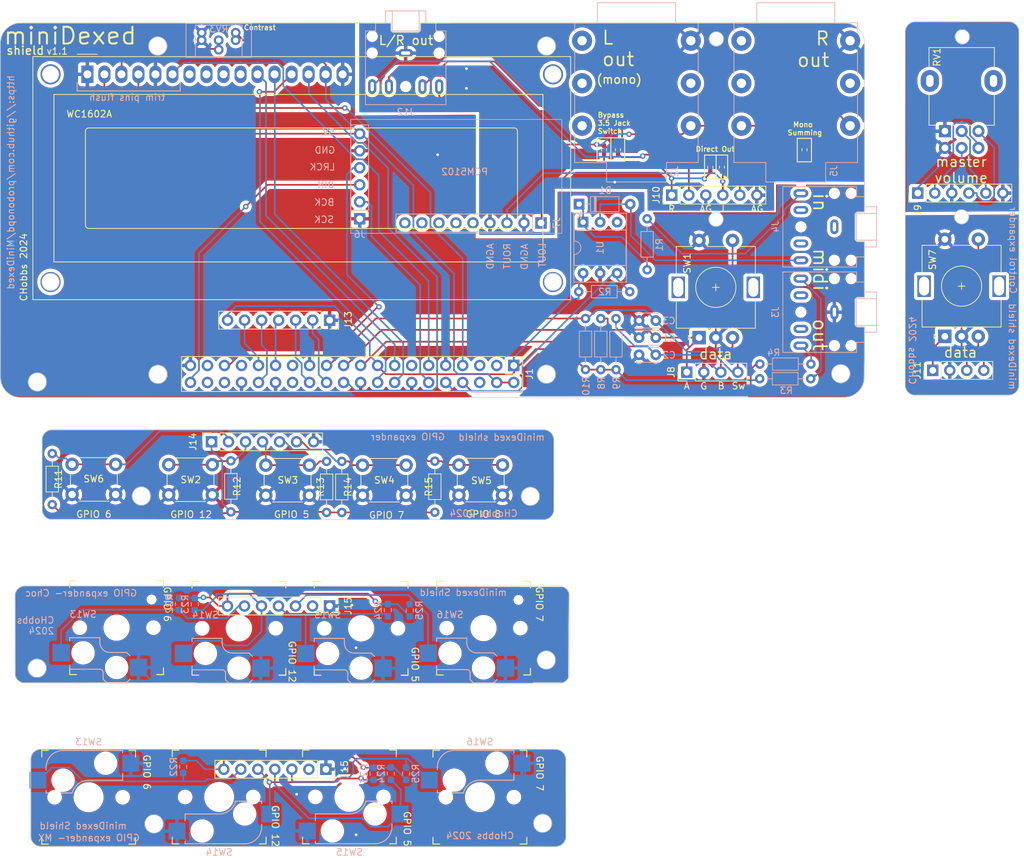
<source format=kicad_pcb>
(kicad_pcb (version 20221018) (generator pcbnew)
  (layers (0 "F.Cu" signal) (31 "B.Cu" signal) (34 "B.Paste" user) (35 "F.Paste" user) (36 "B.SilkS" user "B.Silkscreen") (37 "F.SilkS" user "F.Silkscreen") (38 "B.Mask" user) (39 "F.Mask" user) (44 "Edge.Cuts" user))
  (net 0 "")
  (net 1 "Net-(D1-K)")
  (net 2 "Net-(D1-A)")
  (net 3 "EncSW")
  (net 4 "Net-(DS1-VO)")
  (net 5 "lcd_RS")
  (net 6 "lcd_E")
  (net 7 "lcd_D4")
  (net 8 "lcd_D5")
  (net 13 "lcd_D6")
  (net 14 "lcd_D7")
  (net 15 "Net-(J12-PadTN)")
  (net 17 "Net-(J12-PadRN)")
  (net 18 "Net-(J5-PadTN)")
  (net 19 "EncA")
  (net 20 "EncB")
  (net 23 "Rx")
  (net 25 "Net-(J9-Pin_5)")
  (net 26 "Net-(J10-Pin_2)")
  (net 27 "Net-(J10-Pin_5)")
  (net 29 "Net-(J14-Pin_1)")
  (net 30 "Net-(J14-Pin_5)")
  (net 33 "Net-(J14-Pin_2)")
  (net 34 "Tx")
  (net 37 "Net-(J14-Pin_3)")
  (net 39 "Net-(J3-PadT)")
  (net 41 "+3.3V")
  (net 42 "Net-(J14-Pin_4)")
  (net 43 "Net-(J14-Pin_6)")
  (net 44 "button5")
  (net 45 "button4")
  (net 46 "button3")
  (net 47 "button2")
  (net 50 "button1")
  (net 51 "Net-(J11-Pin_1)")
  (net 52 "Net-(J11-Pin_3)")
  (net 53 "Net-(J11-Pin_4)")
  (net 54 "GND")
  (net 55 "+5V")
  (net 56 "BCK")
  (net 57 "LRCK")
  (net 59 "DIN")
  (net 60 "GNDA")
  (net 61 "Net-(J10-Pin_1)")
  (net 67 "Net-(J9-Pin_1)")
  (net 68 "Net-(J9-Pin_2)")
  (net 69 "Net-(J3-PadR)")
  (net 70 "Net-(J9-Pin_4)")
  (net 74 "Net-(J10-Pin_4)")
  (net 75 "Net-(J4-PadR)")
  (net 77 "Net-(J15-Pin_1)")
  (net 79 "Net-(J15-Pin_3)")
  (net 80 "Net-(J15-Pin_4)")
  (net 81 "Net-(J15-Pin_5)")
  (net 82 "Net-(J15-Pin_6)")
  (footprint "Connector_PinSocket_2.54mm:PinSocket_1x07_P2.54mm_Vertical" (layer "F.Cu") (at 132.227135 163.988042 -90)
    (fp_text reference "J15")
    (fp_text value "Conn_01x07_Pin")
  )
  (footprint "Resistor_SMD:R_0402_1005Metric_Pad0.72x0.64mm_HandSolder" (layer "F.Cu") (at 191.34 74.11 90)
    (fp_text reference "R6" hide)
    (fp_text value "0R")
  )
  (footprint "Resistor_SMD:R_0402_1005Metric_Pad0.72x0.64mm_HandSolder" (layer "F.Cu") (at 175.825 71.5 -90)
    (fp_text reference "R17" hide)
    (fp_text value "0R")
  )
  (footprint "Resistor_THT:R_Axial_DIN0204_L3.6mm_D1.6mm_P7.62mm_Horizontal" (layer "F.Cu") (at 148.49 125.62 90)
    (fp_text reference "R15")
    (fp_text value "10K")
  )
  (footprint "keyswitches:Kailh_socket_MX" (layer "F.Cu") (at 135.74 168.113362 180)
    (fp_text reference "SW15")
    (fp_text value "SW_Push")
  )
  (footprint "Resistor_THT:R_Axial_DIN0204_L3.6mm_D1.6mm_P7.62mm_Horizontal" (layer "F.Cu") (at 134.6 125.65 90)
    (fp_text reference "R14")
    (fp_text value "10k")
  )
  (footprint "keyswitches:Kailh_socket_MX" (layer "F.Cu") (at 155.210814 168.152361)
    (fp_text reference "SW16")
    (fp_text value "SW_Push")
  )
  (footprint "keyswitches:Kailh_socket_MX" (layer "F.Cu") (at 96.81 168.163362)
    (fp_text reference "SW13")
    (fp_text value "SW_Push")
  )
  (footprint "keyswitches:Kailh_socket_MX" (layer "F.Cu") (at 116.290815 168.123362 180)
    (fp_text reference "SW14")
    (fp_text value "SW_Push")
  )
  (footprint "Button_Switch_THT:SW_PUSH_6mm" (layer "F.Cu") (at 100.84 122.97 180)
    (fp_text reference "SW6")
    (fp_text value "SW_Push")
  )
  (footprint "Resistor_SMD:R_0402_1005Metric_Pad0.72x0.64mm_HandSolder" (layer "F.Cu") (at 173.75 71.5 -90)
    (fp_text reference "R16" hide)
    (fp_text value "0R")
  )
  (footprint "Connector_PinSocket_2.54mm:PinSocket_1x07_P2.54mm_Vertical" (layer "F.Cu") (at 132.772392 139.61645 -90)
    (fp_text reference "J15")
    (fp_text value "Conn_01x07_Pin")
  )
  (footprint "Connector_PinHeader_2.54mm:PinHeader_2x20_P2.54mm_Vertical" (layer "F.Cu") (at 160.27 103.71 -90)
    (fp_text reference "J1")
    (fp_text value "Raspberry_Pi_2_3")
  )
  (footprint "Display:WC1602A" (layer "F.Cu") (at 96.6241 60.25)
    (fp_text reference "DS1" hide)
    (fp_text value "WC1602A")
  )
  (footprint "Resistor_SMD:R_0402_1005Metric_Pad0.72x0.64mm_HandSolder" (layer "F.Cu") (at 203.675 71.5 90)
    (fp_text reference "R7" hide)
    (fp_text value "0R")
  )
  (footprint "Resistor_THT:R_Axial_DIN0204_L3.6mm_D1.6mm_P7.62mm_Horizontal" (layer "F.Cu") (at 132.33 125.65 90)
    (fp_text reference "R13")
    (fp_text value "10K")
  )
  (footprint "Connector_PinHeader_2.54mm:PinHeader_1x06_P2.54mm_Vertical" (layer "F.Cu") (at 220.58 77.975 90)
    (fp_text reference "J9")
    (fp_text value "Conn_01x06_Pin")
  )
  (footprint "Connector_PinSocket_2.54mm:PinSocket_1x07_P2.54mm_Vertical" (layer "F.Cu") (at 132.79 96.95 -90)
    (fp_text reference "J13")
    (fp_text value "Conn_01x07_Pin")
  )
  (footprint "keyswitches:Kailh_socket_PG1350" (layer "F.Cu") (at 100.982135 142.85)
    (fp_text reference "SW13")
    (fp_text value "SW_Push")
  )
  (footprint "Resistor_THT:R_Axial_DIN0204_L3.6mm_D1.6mm_P7.62mm_Horizontal" (layer "F.Cu") (at 91.38 124.48 90)
    (fp_text reference "R11")
    (fp_text value "10K")
  )
  (footprint "Connector_PinHeader_2.54mm:PinHeader_1x04_P2.54mm_Vertical" (layer "F.Cu") (at 222.82 104.445 90)
    (fp_text reference "J11")
    (fp_text value "Conn_01x04_Pin")
  )
  (footprint "Rotary_Encoder:RotaryEncoder_Alps_EC11E-Switch_Vertical_H20mm" (layer "F.Cu") (at 187.93 99.55 90)
    (fp_text reference "SW1")
    (fp_text value "RotaryEncoder_Switch")
  )
  (footprint "Resistor_THT:R_Axial_DIN0204_L3.6mm_D1.6mm_P7.62mm_Horizontal" (layer "F.Cu") (at 118.04 125.57 90)
    (fp_text reference "R12")
    (fp_text value "10K")
  )
  (footprint "Button_Switch_THT:SW_PUSH_6mm" (layer "F.Cu") (at 129.76 123.09 180)
    (fp_text reference "SW3")
    (fp_text value "SW_Push")
  )
  (footprint "keyswitches:Kailh_socket_PG1350" (layer "F.Cu") (at 137.487135 142.95)
    (fp_text reference "SW15")
    (fp_text value "SW_Push")
  )
  (footprint "Connector_PinSocket_2.54mm:PinSocket_1x07_P2.54mm_Vertical" (layer "F.Cu") (at 115.15 115.105 90)
    (fp_text reference "J14")
    (fp_text value "Conn_01x07_Pin")
  )
  (footprint "keyswitches:Kailh_socket_PG1350" (layer "F.Cu") (at 119.242135 142.94)
    (fp_text reference "SW14")
    (fp_text value "SW_Push")
  )
  (footprint "keyswitches:Kailh_socket_PG1350" (layer "F.Cu") (at 155.756071 142.91)
    (fp_text reference "SW16")
    (fp_text value "SW_Push")
  )
  (footprint "Rotary_Encoder:RotaryEncoder_Alps_EC11E-Switch_Vertical_H20mm" (layer "F.Cu") (at 224.62 99.37 90)
    (fp_text reference "SW7")
    (fp_text value "RotaryEncoder_Switch")
  )
  (footprint "Button_Switch_THT:SW_PUSH_6mm" (layer "F.Cu") (at 158.59 123.07 180)
    (fp_text reference "SW5")
    (fp_text value "SW_Push")
  )
  (footprint "Resistor_SMD:R_0402_1005Metric_Pad0.72x0.64mm_HandSolder" (layer "F.Cu") (at 189.61 74.12 90)
    (fp_text reference "R5" hide)
    (fp_text value "0R")
  )
  (footprint "Button_Switch_THT:SW_PUSH_6mm" (layer "F.Cu") (at 144.2 123.09 180)
    (fp_text reference "SW4")
    (fp_text value "SW_Push")
  )
  (footprint "Button_Switch_THT:SW_PUSH_6mm" (layer "F.Cu") (at 115.27 123.02 180)
    (fp_text reference "SW2")
    (fp_text value "SW_Push")
  )
  (footprint "Potentiometer_THT:Potentiometer_Alpha_RD902F-40-00D_Dual_Vertical" (layer "F.Cu") (at 224.635 68.73 90)
    (fp_text reference "RV1")
    (fp_text value "R_Potentiometer_Dual")
  )
  (footprint "Connector_PinHeader_2.54mm:PinHeader_1x06_P2.54mm_Vertical" (layer "F.Cu") (at 183.86 78.28 90)
    (fp_text reference "J10")
    (fp_text value "Conn_01x06_Pin")
  )
  (footprint "Connector_PinHeader_2.54mm:PinHeader_1x04_P2.54mm_Vertical" (layer "F.Cu") (at 186.1 104.71 90)
    (fp_text reference "J8")
    (fp_text value "Conn_01x04_Pin")
  )
  (footprint "Resistor_SMD:R_0603_1608Metric_Pad0.98x0.95mm_HandSolder" (layer "B.Cu") (at 141.912814 164.636361 -90)
    (fp_text reference "R24")
    (fp_text value "10K")
  )
  (footprint "Resistor_THT:R_Axial_DIN0204_L3.6mm_D1.6mm_P7.62mm_Horizontal" (layer "B.Cu") (at 173.26 104.33 90)
    (fp_text reference "R8")
    (fp_text value "10K")
  )
  (footprint "Resistor_THT:R_Axial_DIN0204_L3.6mm_D1.6mm_P7.62mm_Horizontal" (layer "B.Cu") (at 196.98 105.69)
    (fp_text reference "R3")
    (fp_text value "33")
  )
  (footprint "Connector_PinHeader_2.54mm:PinHeader_1x06_P2.54mm_Vertical" (layer "B.Cu") (at 137.27 81.82)
    (fp_text reference "J6")
    (fp_text value "Conn_01x06_Pin")
  )
  (footprint "Resistor_SMD:R_0603_1608Metric_Pad0.98x0.95mm_HandSolder" (layer "B.Cu") (at 139.351475 164.665022 -90)
    (fp_text reference "R23")
    (fp_text value "10k")
  )
  (footprint "Resistor_SMD:R_0603_1608Metric_Pad0.98x0.95mm_HandSolder" (layer "B.Cu") (at 141.47 140.23 -90)
    (fp_text reference "R24")
    (fp_text value "10K")
  )
  (footprint "Capacitor_THT:C_Disc_D3.0mm_W2.0mm_P2.50mm" (layer "B.Cu") (at 181.47 99.56 180)
    (fp_text reference "C1")
    (fp_text value "C_Small")
  )
  (footprint "Resistor_SMD:R_0603_1608Metric_Pad0.98x0.95mm_HandSolder" (layer "B.Cu") (at 144.198814 164.636361 90)
    (fp_text reference "R25")
    (fp_text value "10K")
  )
  (footprint "Connector_Audio:Jack_6.35mm_Neutrik_NMJ6HCD3_Horizontal" (layer "B.Cu") (at 186.7 67.93 90)
    (fp_text reference "J2")
    (fp_text value "AudioJack2_Switch")
  )
  (footprint "Connector_Audio:Jack_3.5mm_CUI_SJ1-3525N_Horizontal" (layer "B.Cu") (at 144.14 57.08)
    (fp_text reference "J12")
    (fp_text value "AudioJack3_SwitchTR")
    (fp_line (start -2.2 -4.5) (end -6.5 -4.5) (stroke (width 0.12)) (layer "Edge.Cuts"))
    (fp_line (start -2.2 -3.5) (end -2.2 -4.5) (stroke (width 0.12)) (layer "Edge.Cuts"))
    (fp_line (start 1.8 -3.1) (end -1.8 -3.1) (stroke (width 0.12)) (layer "Edge.Cuts"))
    (fp_line (start 2.2 -4.5) (end 6.5 -4.5) (stroke (width 0.12)) (layer "Edge.Cuts"))
    (fp_line (start 2.2 -3.5) (end 2.2 -4.5) (stroke (width 0.12)) (layer "Edge.Cuts"))
    (fp_arc (start -1.8 -3.1) (mid -2.082842 -3.217158) (end -2.2 -3.5) (stroke (width 0.12)) (layer "Edge.Cuts"))
    (fp_arc (start 2.2 -3.5) (mid 2.082843 -3.217157) (end 1.8 -3.1) (stroke (width 0.12)) (layer "Edge.Cuts"))
  )
  (footprint "Resistor_THT:R_Axial_DIN0204_L3.6mm_D1.6mm_P7.62mm_Horizontal" (layer "B.Cu") (at 170.98 104.32 90)
    (fp_text reference "R10")
    (fp_text value "10K")
  )
  (footprint "Potentiometer_THT:Potentiometer_Bourns_3296W_Vertical" (layer "B.Cu") (at 113.68 55.16 180)
    (fp_text reference "RV2" hide)
    (fp_text value "R_Potentiometer_Trim_US")
  )
  (footprint "Connector_PinHeader_2.54mm:PinHeader_1x09_P2.54mm_Vertical" (layer "B.Cu") (at 164.34 82.44 90)
    (fp_text reference "J7")
    (fp_text value "Conn_01x09_Pin")
  )
  (footprint "Resistor_SMD:R_0603_1608Metric_Pad0.98x0.95mm_HandSolder" (layer "B.Cu") (at 112.652135 139.350833 -90)
    (fp_text reference "R23")
    (fp_text value "10k")
  )
  (footprint "Diode_THT:D_DO-35_SOD27_P7.62mm_Horizontal" (layer "B.Cu") (at 170.03 79.63)
    (fp_text reference "D1")
    (fp_text value "1N4148")
  )
  (footprint "Resistor_SMD:R_0603_1608Metric_Pad0.98x0.95mm_HandSolder" (layer "B.Cu") (at 144.744071 140.264769 90)
    (fp_text reference "R25")
    (fp_text value "10K")
  )
  (footprint "Resistor_THT:R_Axial_DIN0204_L3.6mm_D1.6mm_P7.62mm_Horizontal" (layer "B.Cu") (at 180.175 89.435 90)
    (fp_text reference "R1")
    (fp_text value "220")
  )
  (footprint "Resistor_THT:R_Axial_DIN0204_L3.6mm_D1.6mm_P7.62mm_Horizontal" (layer "B.Cu") (at 175.53 104.34 90)
    (fp_text reference "R9")
    (fp_text value "10K")
  )
  (footprint "Resistor_SMD:R_0603_1608Metric_Pad0.98x0.95mm_HandSolder" (layer "B.Cu") (at 110.924814 163.620361 -90)
    (fp_text reference "R22")
    (fp_text value "10K")
  )
  (footprint "Package_DIP:DIP-6_W7.62mm_Socket" (layer "B.Cu") (at 170.62 82.32 -90)
    (fp_text reference "U1")
    (fp_text value "H11L1")
  )
  (footprint "Resistor_SMD:R_0603_1608Metric_Pad0.98x0.95mm_HandSolder" (layer "B.Cu") (at 110.302135 139.300833 -90)
    (fp_text reference "R22")
    (fp_text value "10K")
  )
  (footprint "Resistor_THT:R_Axial_DIN0204_L3.6mm_D1.6mm_P7.62mm_Horizontal" (layer "B.Cu") (at 197.01 103.5)
    (fp_text reference "R4")
    (fp_text value "10")
  )
  (footprint "Connector_Audio:Jack_3.5mm_CUI_SJ1-3525N_Horizontal" (layer "B.Cu") (at 208.13 83.01 -90)
    (fp_text reference "J4")
    (fp_text value "AudioJack4_SwitchT1")
    (fp_line (start -2.2 -4.5) (end -6.5 -4.5) (stroke (width 0.12)) (layer "Edge.Cuts"))
    (fp_line (start -2.2 -3.5) (end -2.2 -4.5) (stroke (width 0.12)) (layer "Edge.Cuts"))
    (fp_line (start 1.8 -3.1) (end -1.8 -3.1) (stroke (width 0.12)) (layer "Edge.Cuts"))
    (fp_line (start 2.2 -4.5) (end 6.5 -4.5) (stroke (width 0.12)) (layer "Edge.Cuts"))
    (fp_line (start 2.2 -3.5) (end 2.2 -4.5) (stroke (width 0.12)) (layer "Edge.Cuts"))
    (fp_arc (start -1.8 -3.1) (mid -2.082842 -3.217158) (end -2.2 -3.5) (stroke (width 0.12)) (layer "Edge.Cuts"))
    (fp_arc (start 2.2 -3.5) (mid 2.082843 -3.217157) (end 1.8 -3.1) (stroke (width 0.12)) (layer "Edge.Cuts"))
  )
  (footprint "Connector_Audio:Jack_3.5mm_CUI_SJ1-3525N_Horizontal" (layer "B.Cu") (at 208.13 95.75 -90)
    (fp_text reference "J3")
    (fp_text value "AudioJack4_SwitchT1")
    (fp_line (start -2.2 -4.5) (end -6.5 -4.5) (stroke (width 0.12)) (layer "Edge.Cuts"))
    (fp_line (start -2.2 -3.5) (end -2.2 -4.5) (stroke (width 0.12)) (layer "Edge.Cuts"))
    (fp_line (start 1.8 -3.1) (end -1.8 -3.1) (stroke (width 0.12)) (layer "Edge.Cuts"))
    (fp_line (start 2.2 -4.5) (end 6.5 -4.5) (stroke (width 0.12)) (layer "Edge.Cuts"))
    (fp_line (start 2.2 -3.5) (end 2.2 -4.5) (stroke (width 0.12)) (layer "Edge.Cuts"))
    (fp_arc (start -1.8 -3.1) (mid -2.082842 -3.217158) (end -2.2 -3.5) (stroke (width 0.12)) (layer "Edge.Cuts"))
    (fp_arc (start 2.2 -3.5) (mid 2.082843 -3.217157) (end 1.8 -3.1) (stroke (width 0.12)) (layer "Edge.Cuts"))
  )
  (footprint "Resistor_THT:R_Axial_DIN0204_L3.6mm_D1.6mm_P7.62mm_Horizontal" (layer "B.Cu") (at 177.59 92.7 180)
    (fp_text reference "R2")
    (fp_text value "470")
  )
  (footprint "Capacitor_THT:C_Disc_D3.0mm_W2.0mm_P2.50mm" (layer "B.Cu") (at 181.47 97.01 180)
    (fp_text reference "C3")
    (fp_text value "C_Small")
  )
  (footprint "Potentiometer_THT:Potentiometer_Bourns_3266W_Vertical" (layer "B.Cu") (at 113.69 54.04 180)
    (fp_text reference "RV3")
    (fp_text value "R_Potentiometer_Trim_US")
  )
  (footprint "Connector_Audio:Jack_6.35mm_Neutrik_NMJ6HCD3_Horizontal" (layer "B.Cu") (at 210.48 67.93 90)
    (fp_text reference "J5")
    (fp_text value "AudioJack2_Switch")
  )
  (footprint "Capacitor_THT:C_Disc_D3.0mm_W2.0mm_P2.50mm" (layer "B.Cu") (at 178.97 102.12)
    (fp_text reference "C2")
    (fp_text value "C_Small")
  )
  (gr_rect (start 135.93 66.98) (end 167.44 83.98) (stroke (width 0.1)) (fill none) (layer "B.SilkS"))
  (gr_line (start 95.1 61.475) (end 95.1 62.725) (stroke (width 0.15)) (layer "B.SilkS"))
  (gr_line (start 95.1 62.725) (end 110.475 62.725) (stroke (width 0.15)) (layer "B.SilkS"))
  (gr_line (start 110.475 62.725) (end 110.475 61.425) (stroke (width 0.15)) (layer "B.SilkS"))
  (gr_rect (start 172.7 69.725) (end 176.825 73.225) (stroke (width 0.15)) (fill none) (layer "F.SilkS"))
  (gr_rect (start 188.75 72.3) (end 192.2 75.875) (stroke (width 0.15)) (fill none) (layer "F.SilkS"))
  (gr_rect (start 202.585 69.81) (end 204.71 73.31) (stroke (width 0.15)) (fill none) (layer "F.SilkS"))
  (gr_line (start 190.475 72.3) (end 190.475 75.875) (stroke (width 0.15)) (layer "F.SilkS"))
  (gr_line (start 174.7625 69.725) (end 174.7625 73.225) (stroke (width 0.15)) (layer "F.SilkS"))
  (gr_line (start 137.64 52.58) (end 86.638391 52.578391) (stroke (width 0.1)) (layer "Edge.Cuts"))
  (gr_arc (start 91.36 126.73) (mid 90.29934 126.29066) (end 89.86 125.23) (stroke (width 0.1)) (layer "Edge.Cuts"))
  (gr_line (start 86.648391 108.491609) (end 157.325 108.5) (stroke (width 0.1)) (layer "Edge.Cuts"))
  (gr_arc (start 87.306072 151.12877) (mid 86.245412 150.68943) (end 85.806072 149.62877) (stroke (width 0.1)) (layer "Edge.Cuts"))
  (gr_circle (center 190.51 54.97) (end 190.51 53.91) (stroke (width 0.1)) (fill none) (layer "Edge.Cuts"))
  (gr_circle (center 104.685 123.205) (end 105.275 124.425) (stroke (width 0.1)) (fill none) (layer "Edge.Cuts"))
  (gr_line (start 87.306072 151.12877) (end 167.096072 151.16277) (stroke (width 0.1)) (layer "Edge.Cuts"))
  (gr_line (start 89.660815 160.996362) (end 166.540815 161.010362) (stroke (width 0.1)) (layer "Edge.Cuts"))
  (gr_arc (start 168.596072 149.66277) (mid 168.156732 150.72343) (end 167.096072 151.16277) (stroke (width 0.1)) (layer "Edge.Cuts"))
  (gr_circle (center 89.118071 148.900769) (end 90.468071 148.900769) (stroke (width 0.1)) (fill none) (layer "Edge.Cuts"))
  (gr_circle (center 165.126732 147.684431) (end 165.786732 148.86211) (stroke (width 0.1)) (fill none) (layer "Edge.Cuts"))
  (gr_arc (start 167.086072 136.63877) (mid 168.146732 137.07811) (end 168.586072 138.13877) (stroke (width 0.1)) (layer "Edge.Cuts"))
  (gr_circle (center 107.13 56.03) (end 108.22 56.83) (stroke (width 0.1)) (fill none) (layer "Edge.Cuts"))
  (gr_circle (center 162.745 123.247321) (end 163.595 124.295) (stroke (width 0.1)) (fill none) (layer "Edge.Cuts"))
  (gr_line (start 212.63 76.51) (end 212.627947 55.668666) (stroke (width 0.1)) (layer "Edge.Cuts"))
  (gr_circle (center 165.14434 105.017981) (end 165.99434 106.06566) (stroke (width 0.1)) (fill none) (layer "Edge.Cuts"))
  (gr_line (start 85.806072 138.11477) (end 85.806072 149.62877) (stroke (width 0.1)) (layer "Edge.Cuts"))
  (gr_arc (start 209.618975 52.58) (mid 211.775 53.489605) (end 212.627947 55.668666) (stroke (width 0.1)) (layer "Edge.Cuts"))
  (gr_line (start 234.19 52.39) (end 220.2 52.39) (stroke (width 0.1)) (layer "Edge.Cuts"))
  (gr_circle (center 106.565815 172.141537) (end 106.565815 170.786362) (stroke (width 0.1)) (fill none) (layer "Edge.Cuts"))
  (gr_line (start 218.7 53.89) (end 218.71 102.23) (stroke (width 0.1)) (layer "Edge.Cuts"))
  (gr_arc (start 166.26 125.23) (mid 165.82066 126.29066) (end 164.76 126.73) (stroke (width 0.1)) (layer "Edge.Cuts"))
  (gr_line (start 218.7 106.79) (end 218.69 105.49) (stroke (width 0.1)) (layer "Edge.Cuts"))
  (gr_line (start 89.86 114.8) (end 89.86 125.23) (stroke (width 0.1)) (layer "Edge.Cuts"))
  (gr_line (start 166.26 125.23) (end 166.25 114.79) (stroke (width 0.1)) (layer "Edge.Cuts"))
  (gr_line (start 91.36 126.73) (end 164.76 126.73) (stroke (width 0.1)) (layer "Edge.Cuts"))
  (gr_arc (start 234.19 52.39) (mid 235.25066 52.82934) (end 235.69 53.89) (stroke (width 0.1)) (layer "Edge.Cuts"))
  (gr_circle (center 91.125 91.24418) (end 92.065 92.11418) (stroke (width 0.1)) (fill none) (layer "Edge.Cuts"))
  (gr_line (start 87.306072 136.61477) (end 167.086072 136.63877) (stroke (width 0.1)) (layer "Edge.Cuts"))
  (gr_circle (center 209.08 104.94) (end 209.73 106.13) (stroke (width 0.1)) (fill none) (layer "Edge.Cuts"))
  (gr_circle (center 190.46 81.89) (end 190.46 80.83) (stroke (width 0.1)) (fill none) (layer "Edge.Cuts"))
  (gr_circle (center 165.16 56.03) (end 164.65 57.28) (stroke (width 0.1)) (fill none) (layer "Edge.Cuts"))
  (gr_arc (start 212.591609 105.471609) (mid 211.71 107.6) (end 209.581609 108.481609) (stroke (width 0.1)) (layer "Edge.Cuts"))
  (gr_arc (start 218.7 53.89) (mid 219.13934 52.82934) (end 220.2 52.39) (stroke (width 0.1)) (layer "Edge.Cuts"))
  (gr_arc (start 85.806072 138.11477) (mid 86.245412 137.05411) (end 87.306072 136.61477) (stroke (width 0.1)) (layer "Edge.Cuts"))
  (gr_circle (center 166.125 91.225) (end 166.725 92.365) (stroke (width 0.1)) (fill none) (layer "Edge.Cuts"))
  (gr_line (start 235.68 106.79) (end 235.69 53.89) (stroke (width 0.1)) (layer "Edge.Cuts"))
  (gr_arc (start 164.75 113.29) (mid 165.81066 113.72934) (end 166.25 114.79) (stroke (width 0.1)) (layer "Edge.Cuts"))
  (gr_circle (center 227.115 81.5146) (end 227.115 80.4546) (stroke (width 0.1)) (fill none) (layer "Edge.Cuts"))
  (gr_arc (start 235.68 106.644348) (mid 235.240649 107.705012) (end 234.18 108.144348) (stroke (width 0.1)) (layer "Edge.Cuts"))
  (gr_arc (start 83.628391 55.588391) (mid 84.51 53.46) (end 86.638391 52.578391) (stroke (width 0.1)) (layer "Edge.Cuts"))
  (gr_line (start 168.050815 174.034362) (end 168.040815 162.522362) (stroke (width 0.1)) (layer "Edge.Cuts"))
  (gr_arc (start 88.160815 162.496362) (mid 88.600143 161.43569) (end 89.660815 160.996362) (stroke (width 0.1)) (layer "Edge.Cuts"))
  (gr_line (start 88.160815 162.496362) (end 88.160815 174.010362) (stroke (width 0.1)) (layer "Edge.Cuts"))
  (gr_line (start 91.36 113.3) (end 164.75 113.29) (stroke (width 0.1)) (layer "Edge.Cuts"))
  (gr_arc (start 89.660815 175.510362) (mid 88.600086 175.071068) (end 88.160815 174.010362) (stroke (width 0.1)) (layer "Edge.Cuts"))
  (gr_arc (start 86.648391 108.491609) (mid 84.52 107.61) (end 83.638391 105.481609) (stroke (width 0.1)) (layer "Edge.Cuts"))
  (gr_line (start 157.325 108.5) (end 209.581609 108.481609) (stroke (width 0.1)) (layer "Edge.Cuts"))
  (gr_circle (center 164.581475 172.056023) (end 165.241475 173.233702) (stroke (width 0.1)) (fill none) (layer "Edge.Cuts"))
  (gr_line (start 212.63 102.25) (end 212.591609 105.471609) (stroke (width 0.1)) (layer "Edge.Cuts"))
  (gr_line (start 150.64 52.58) (end 209.618975 52.58) (stroke (width 0.1)) (layer "Edge.Cuts"))
  (gr_arc (start 89.86 114.8) (mid 90.29934 113.73934) (end 91.36 113.3) (stroke (width 0.1)) (layer "Edge.Cuts"))
  (gr_line (start 218.69 105.49) (end 218.71 102.23) (stroke (width 0.1)) (layer "Edge.Cuts"))
  (gr_line (start 168.596072 149.66277) (end 168.586072 138.15077) (stroke (width 0.1)) (layer "Edge.Cuts"))
  (gr_arc (start 220.19 108.155) (mid 219.12934 107.71566) (end 218.69 106.655) (stroke (width 0.1)) (layer "Edge.Cuts"))
  (gr_line (start 220.19 108.155) (end 234.17 108.155) (stroke (width 0.1)) (layer "Edge.Cuts"))
  (gr_line (start 83.628391 55.588391) (end 83.638391 105.481609) (stroke (width 0.1)) (layer "Edge.Cuts"))
  (gr_circle (center 89.154 106.172) (end 90.504 106.172) (stroke (width 0.1)) (fill none) (layer "Edge.Cuts"))
  (gr_arc (start 168.050815 174.034362) (mid 167.611463 175.09501) (end 166.550815 175.534362) (stroke (width 0.1)) (layer "Edge.Cuts"))
  (gr_line (start 89.660815 175.510362) (end 166.550815 175.534362) (stroke (width 0.1)) (layer "Edge.Cuts"))
  (gr_circle (center 227.23 54.65) (end 227.23 53.59) (stroke (width 0.1)) (fill none) (layer "Edge.Cuts"))
  (gr_circle (center 107.165 105.035175) (end 107.165 103.68) (stroke (width 0.1)) (fill none) (layer "Edge.Cuts"))
  (gr_arc (start 166.540815 161.010362) (mid 167.601406 161.449748) (end 168.040815 162.510362) (stroke (width 0.1)) (layer "Edge.Cuts"))
  (gr_text "CHobbs 2024" (at 219.17 106.63 -90) (layer "B.SilkS") (effects (font (size 1 1)) (justify left bottom mirror)))
  (gr_text "GPIO expander" (at 150.09 114.95) (layer "B.SilkS") (effects (font (size 1 1)) (justify left bottom mirror)))
  (gr_text "miniDexed Shield" (at 159.32 138.19) (layer "B.SilkS") (effects (font (size 1 1)) (justify left bottom mirror)))
  (gr_text "https://github.com/probonopd/MiniDexed" (at 85.775 60.3 90) (layer "B.SilkS") (effects (font (size 1 1)) (justify left bottom mirror)))
  (gr_text "GPIO expander- MX" (at 104.52 174.81) (layer "B.SilkS") (effects (font (size 1 1)) (justify left bottom mirror)))
  (gr_text "trim pins flush" (at 108.325 64.275) (layer "B.SilkS") (effects (font (size 1 1)) (justify left bottom mirror)))
  (gr_text "miniDexed Shield" (at 102.59 173.02) (layer "B.SilkS") (effects (font (size 1 1)) (justify left bottom mirror)))
  (gr_text "5V" (at 133.64 69.47) (layer "B.SilkS") (effects (font (size 1 1)) (justify left bottom mirror)))
  (gr_text "ROUT" (at 159.87 85.37 90) (layer "B.SilkS") (effects (font (size 1 1)) (justify left bottom mirror)))
  (gr_text "CHobbs 2024" (at 160.94 126.38) (layer "B.SilkS") (effects (font (size 1 1)) (justify left bottom mirror)))
  (gr_text "GPIO expander- Choc" (at 104.13 138.27) (layer "B.SilkS") (effects (font (size 1 1)) (justify left bottom mirror)))
  (gr_text "AGND" (at 162.45 85.43 90) (layer "B.SilkS") (effects (font (size 1 1)) (justify left bottom mirror)))
  (gr_text "miniDexed shield" (at 234.1 107.41 -90) (layer "B.SilkS") (effects (font (size 1 1)) (justify left bottom mirror)))
  (gr_text "BCK" (at 133.58 79.94) (layer "B.SilkS") (effects (font (size 1 1)) (justify left bottom mirror)))
  (gr_text "Control expander\n" (at 234.21 79.94 -90) (layer "B.SilkS") (effects (font (size 1 1)) (justify right bottom mirror)))
  (gr_text "DIN" (at 133.58 77.3) (layer "B.SilkS") (effects (font (size 1 1)) (justify left bottom mirror)))
  (gr_text "CHobbs\n2024" (at 91.76 143.93) (layer "B.SilkS") (effects (font (size 1 1)) (justify left bottom mirror)))
  (gr_text "miniDexed shield" (at 164.97 115.01) (layer "B.SilkS") (effects (font (size 1 1)) (justify left bottom mirror)))
  (gr_text "CHobbs 2024" (at 160.401475 174.485022) (layer "B.SilkS") (effects (font (size 1 1)) (justify left bottom mirror)))
  (gr_text "PCM5102" (at 156.51 75.38) (layer "B.SilkS") (effects (font (size 1 1)) (justify left bottom mirror)))
  (gr_text "LRCK" (at 133.7 74.67) (layer "B.SilkS") (effects (font (size 1 1)) (justify left bottom mirror)))
  (gr_text "SCK" (at 133.51 82.51) (layer "B.SilkS") (effects (font (size 1 1)) (justify left bottom mirror)))
  (gr_text "AGND" (at 157.34 85.37 90) (layer "B.SilkS") (effects (font (size 1 1)) (justify left bottom mirror)))
  (gr_text "LOUT" (at 165.1 85.31 90) (layer "B.SilkS") (effects (font (size 1 1)) (justify left bottom mirror)))
  (gr_text "GND" (at 133.7 72.16) (layer "B.SilkS") (effects (font (size 1 1)) (justify left bottom mirror)))
  (gr_text "GPIO 6" (at 107.962135 136.623333 -90) (layer "F.SilkS") (effects (font (size 1 1)) (justify left bottom)))
  (gr_text "in" (at 204.825 77.8 -90) (layer "F.SilkS") (effects (font (size 2 2) (thickness 0.25)) (justify left bottom)))
  (gr_text "v1.1" (at 90.45 57.375) (layer "F.SilkS") (effects (font (size 1 1)) (justify left bottom)))
  (gr_text "CHobbs 2024" (at 87.7 89.04 90) (layer "F.SilkS") (effects (font (size 1 1)) (justify bottom)))
  (gr_text "GPIO 12" (at 124.091475 169.245022 -90) (layer "F.SilkS") (effects (font (size 1 1)) (justify left bottom)))
  (gr_text "(mono)" (at 179.5 61.75) (layer "F.SilkS") (effects (font (size 1.25 1.25) (thickness 0.2)) (justify right bottom)))
  (gr_text "AG" (at 195.575 80.925) (layer "F.SilkS") (effects (font (size 1 1)) (justify left bottom)))
  (gr_text "Mono \nSumming" (at 203.725 69.4) (layer "F.SilkS") (effects (font (size 0.75 0.75)) (justify bottom)))
  (gr_text "GPIO 6" (at 104.901475 161.695022 -90) (layer "F.SilkS") (effects (font (size 1 1)) (justify left bottom)))
  (gr_text "AG" (at 187.9 80.925) (layer "F.SilkS") (effects (font (size 1 1)) (justify left bottom)))
  (gr_text "R\nout" (at 207.525 59.3) (layer "F.SilkS") (effects (font (size 2 2) (thickness 0.25)) (justify right bottom)))
  (gr_text "GPIO 7" (at 163.561475 161.885022 -90) (layer "F.SilkS") (effects (font (size 1 1)) (justify left bottom)))
  (gr_text "shield" (at 84.425 57.425) (layer "F.SilkS") (effects (font (size 1.25 1.25) (thickness 0.2)) (justify left bottom)))
  (gr_text "Direct Out" (at 187.35 71.85) (layer "F.SilkS") (effects (font (size 0.75 0.75)) (justify left bottom)))
  (gr_text "master\nvolume" (at 227.07 76.595) (layer "F.SilkS") (effects (font (size 1.5 1.5) (thickness 0.2)) (justify bottom)))
  (gr_text "L\nout" (at 173.325 59.175) (layer "F.SilkS") (effects (font (size 2 2) (thickness 0.25)) (justify left bottom)))
  (gr_text "GPIO 7" (at 138.58 126.64) (layer "F.SilkS") (effects (font (size 1 1)) (justify left bottom)))
  (gr_text "GPIO 5" (at 144.952135 145.623333 -90) (layer "F.SilkS") (effects (font (size 1 1)) (justify left bottom)))
  (gr_text "GPIO 5" (at 124.39 126.54) (layer "F.SilkS") (effects (font (size 1 1)) (justify left bottom)))
  (gr_text "GPIO 5" (at 143.771475 170.155022 -90) (layer "F.SilkS") (effects (font (size 1 1)) (justify left bottom)))
  (gr_text "miniDexed" (at 83.95 55.975) (layer "F.SilkS") (effects (font (size 2.5 2.6) (thickness 0.3)) (justify left bottom)))
  (gr_text "GPIO 12" (at 126.602135 144.723333 -90) (layer "F.SilkS") (effects (font (size 1 1)) (justify left bottom)))
  (gr_text "midi" (at 204.825 86.075 -90) (layer "F.SilkS") (effects (font (size 2 2) (thickness 0.25)) (justify left bottom)))
  (gr_text "R" (at 183.25 80.925) (layer "F.SilkS") (effects (font (size 1 1)) (justify left bottom)))
  (gr_text "data" (at 224.37 102.645) (layer "F.SilkS") (effects (font (size 1.5 1.5) (thickness 0.2)) (justify left bottom)))
  (gr_text "A" (at 185.575 107.35) (layer "F.SilkS") (effects (font (size 1 1)) (justify left bottom)))
  (gr_text "B" (at 190.625 107.35) (layer "F.SilkS") (effects (font (size 1 1)) (justify left bottom)))
  (gr_text "Sw" (at 192.725 107.35) (layer "F.SilkS") (effects (font (size 1 1)) (justify left bottom)))
  (gr_text "L/R out" (at 140 55.975) (layer "F.SilkS") (effects (font (size 1.35 1.35) (thickness 0.2)) (justify left bottom)))
  (gr_text "Bypass\n3.5 Jack\nSwitch \n" (at 172.725 69.175) (layer "F.SilkS") (effects (font (size 0.75 0.75)) (justify left bottom)))
  (gr_text "GPIO 8" (at 153.01 126.5) (layer "F.SilkS") (effects (font (size 1 1)) (justify left bottom)))
  (gr_text "data" (at 187.825 102.9) (layer "F.SilkS") (effects (font (size 1.5 1.5) (thickness 0.2)) (justify left bottom)))
  (gr_text "GPIO 6" (at 94.87 126.51) (layer "F.SilkS") (effects (font (size 1 1)) (justify left bottom)))
  (gr_text "GPIO 7" (at 163.502135 136.603333 270) (layer "F.SilkS") (effects (font (size 1 1)) (justify left bottom)))
  (gr_text "out" (at 204.775 96.575 -90) (layer "F.SilkS") (effects (font (size 2 2) (thickness 0.25)) (justify left bottom)))
  (gr_text "Contrast" (at 119.91 53.7) (layer "F.SilkS") (effects (font (size 0.75 0.75)) (justify left bottom)))
  (gr_text "L" (at 191.2 80.9) (layer "F.SilkS") (effects (font (size 1 1)) (justify left bottom)))
  (gr_text "G" (at 188.025 107.375) (layer "F.SilkS") (effects (font (size 1 1)) (justify left bottom)))
  (gr_text "GPIO 12" (at 108.915 126.54) (layer "F.SilkS") (effects (font (size 1 1)) (justify left bottom)))
  (segment (start 170.62 82.77) (end 172.37 84.52) (width 0.25) (layer "B.Cu") (net 1))
  (segment (start 172.37 84.52) (end 176.38 84.52) (width 0.25) (layer "B.Cu") (net 1))
  (segment (start 180.175 88.315) (end 180.175 89.435) (width 0.25) (layer "B.Cu") (net 1))
  (segment (start 170.62 82.32) (end 170.62 80.22) (width 0.25) (layer "B.Cu") (net 1))
  (segment (start 176.38 84.52) (end 180.175 88.315) (width 0.25) (layer "B.Cu") (net 1))
  (segment (start 170.62 82.32) (end 170.62 82.77) (width 0.25) (layer "B.Cu") (net 1))
  (segment (start 170.62 80.22) (end 170.03 79.63) (width 0.25) (layer "B.Cu") (net 1))
  (segment (start 173.3 79.56) (end 173.37 79.63) (width 0.25) (layer "B.Cu") (net 2))
  (segment (start 203.13 88.01) (end 181.41 88.01) (width 0.25) (layer "B.Cu") (net 2))
  (segment (start 177.75 84.35) (end 177.75 79.73) (width 0.25) (layer "B.Cu") (net 2))
  (segment (start 173.37 79.63) (end 177.65 79.63) (width 0.25) (layer "B.Cu") (net 2))
  (segment (start 177.75 79.73) (end 177.65 79.63) (width 0.25) (layer "B.Cu") (net 2))
  (segment (start 173.16 82.32) (end 173.16 79.7) (width 0.25) (layer "B.Cu") (net 2))
  (segment (start 181.41 88.01) (end 177.75 84.35) (width 0.25) (layer "B.Cu") (net 2))
  (segment (start 173.16 79.7) (end 173.3 79.56) (width 0.25) (layer "B.Cu") (net 2))
  (segment (start 192.93 94.93) (end 192.93 85.05) (width 0.25) (layer "F.Cu") (net 3))
  (segment (start 132.665 103.71) (end 132.33 103.71) (width 0.25) (layer "F.Cu") (net 3))
  (segment (start 193.72 104.71) (end 193.72 101.81) (width 0.25) (layer "F.Cu") (net 3))
  (segment (start 194.705 100.825) (end 194.705 96.825) (width 0.25) (layer "F.Cu") (net 3))
  (segment (start 193.72 101.81) (end 194.705 100.825) (width 0.25) (layer "F.Cu") (net 3))
  (segment (start 194.705 96.825) (end 192.87 94.99) (width 0.25) (layer "F.Cu") (net 3))
  (segment (start 139.675 96.7) (end 132.665 103.71) (width 0.25) (layer "F.Cu") (net 3))
  (segment (start 170.98 96.7) (end 139.675 96.7) (width 0.25) (layer "F.Cu") (net 3))
  (segment (start 192.87 94.99) (end 192.93 94.93) (width 0.25) (layer "F.Cu") (net 3))
  (segment (start 192.91 104.71) (end 189.87 101.67) (width 0.25) (layer "B.Cu") (net 3))
  (segment (start 170.98 96.7) (end 171.3 96.7) (width 0.25) (layer "B.Cu") (net 3))
  (segment (start 193.72 104.71) (end 192.91 104.71) (width 0.25) (layer "B.Cu") (net 3))
  (segment (start 189.87 101.67) (end 186.13 101.67) (width 0.25) (layer "B.Cu") (net 3))
  (segment (start 186.13 101.67) (end 181.47 97.01) (width 0.25) (layer "B.Cu") (net 3))
  (segment (start 171.3 96.7) (end 172.55 95.45) (width 0.25) (layer "B.Cu") (net 3))
  (segment (start 172.55 95.45) (end 179.91 95.45) (width 0.25) (layer "B.Cu") (net 3))
  (segment (start 179.91 95.45) (end 181.47 97.01) (width 0.25) (layer "B.Cu") (net 3))
  (segment (start 103.36 53.07) (end 111.15 53.07) (width 0.25) (layer "F.Cu") (net 4))
  (segment (start 111.19 56) (end 111.64 56.45) (width 0.25) (layer "F.Cu") (net 4))
  (segment (start 101.74 60.23) (end 101.74 54.69) (width 0.25) (layer "F.Cu") (net 4))
  (segment (start 111.19 53.11) (end 111.19 56) (width 0.25) (layer "F.Cu") (net 4))
  (segment (start 111.64 56.45) (end 116.1 56.45) (width 0.25) (layer "F.Cu") (net 4))
  (segment (start 111.15 53.07) (end 111.19 53.11) (width 0.25) (layer "F.Cu") (net 4))
  (segment (start 116.1 56.45) (end 116.23 56.58) (width 0.25) (layer "F.Cu") (net 4))
  (segment (start 116.23 56.58) (end 116.23 55.17) (width 0.25) (layer "F.Cu") (net 4))
  (segment (start 116.23 55.17) (end 116.22 55.16) (width 0.25) (layer "F.Cu") (net 4))
  (segment (start 101.74 54.69) (end 103.36 53.07) (width 0.25) (layer "F.Cu") (net 4))
  (segment (start 135.05 65.275) (end 106.425 65.275) (width 0.25) (layer "F.Cu") (net 5))
  (segment (start 104.2441 63.0941) (end 104.2441 60.6743) (width 0.25) (layer "F.Cu") (net 5))
  (segment (start 106.425 65.275) (end 104.2441 63.0941) (width 0.25) (layer "F.Cu") (net 5))
  (via (at 135.05 65.275) (size 0.8) (drill 0.4) (layers "F.Cu" "B.Cu") (net 5))
  (segment (start 152.65 87.7497) (end 147.83 82.9297) (width 0.25) (layer "B.Cu") (net 5))
  (segment (start 147.83 82.9297) (end 147.83 77.855) (width 0.25) (layer "B.Cu") (net 5))
  (segment (start 135.225 65.25) (end 135.05 65.275) (width 0.25) (layer "B.Cu") (net 5))
  (segment (start 152.65 103.71) (end 152.65 87.7497) (width 0.25) (layer "B.Cu") (net 5))
  (segment (start 135.05 65.275) (end 135.075 65.25) (width 0.25) (layer "B.Cu") (net 5))
  (segment (start 104.28 59.77) (end 104.28 60.23) (width 0.25) (layer "B.Cu") (net 5))
  (segment (start 147.83 77.855) (end 135.225 65.25) (width 0.25) (layer "B.Cu") (net 5))
  (segment (start 109.36 60.23) (end 109.36 60.065) (width 0.25) (layer "B.Cu") (net 6))
  (segment (start 137.727 72.93) (end 140.12 75.3223) (width 0.25) (layer "B.Cu") (net 6))
  (segment (start 140.12 75.3223) (end 140.12 83.645) (width 0.25) (layer "B.Cu") (net 6))
  (segment (start 147.57 91.095) (end 147.57 103.71) (width 0.25) (layer "B.Cu") (net 6))
  (segment (start 136.804 72.93) (end 137.727 72.93) (width 0.25) (layer "B.Cu") (net 6))
  (segment (start 110.8421 58.5829) (end 125.106 58.5829) (width 0.25) (layer "B.Cu") (net 6))
  (segment (start 140.12 83.645) (end 147.57 91.095) (width 0.25) (layer "B.Cu") (net 6))
  (segment (start 125.87 61.9957) (end 136.804 72.93) (width 0.25) (layer "B.Cu") (net 6))
  (segment (start 125.106 58.5829) (end 125.87 59.3466) (width 0.25) (layer "B.Cu") (net 6))
  (segment (start 125.87 59.3466) (end 125.87 61.9957) (width 0.25) (layer "B.Cu") (net 6))
  (segment (start 109.36 60.065) (end 110.8421 58.5829) (width 0.25) (layer "B.Cu") (net 6))
  (segment (start 123.287 81.362) (end 123.287 61.457) (width 0.25) (layer "B.Cu") (net 7))
  (segment (start 142.49 100.565) (end 123.287 81.362) (width 0.25) (layer "B.Cu") (net 7))
  (segment (start 123.287 61.457) (end 122.06 60.23) (width 0.25) (layer "B.Cu") (net 7))
  (segment (start 142.49 103.71) (end 142.49 100.565) (width 0.25) (layer "B.Cu") (net 7))
  (segment (start 124.6 81.15) (end 124.6 60.23) (width 0.25) (layer "B.Cu") (net 8))
  (segment (start 142.49 106.25) (end 143.775 104.965) (width 0.25) (layer "B.Cu") (net 8))
  (segment (start 143.775 100.325) (end 124.6 81.15) (width 0.25) (layer "B.Cu") (net 8))
  (segment (start 143.775 104.965) (end 143.775 100.325) (width 0.25) (layer "B.Cu") (net 8))
  (segment (start 127.1241 60.23) (end 124.5009 62.8532) (width 0.25) (layer "F.Cu") (net 13))
  (segment (start 124.5009 62.8532) (end 122.3 62.8532) (width 0.25) (layer "F.Cu") (net 13))
  (segment (start 127.14 60.23) (end 127.1241 60.23) (width 0.25) (layer "F.Cu") (net 13))
  (via (at 122.3 62.8532) (size 0.8) (drill 0.4) (layers "F.Cu" "B.Cu") (net 13))
  (segment (start 141.141 101.016) (end 122.385 82.26) (width 0.25) (layer "B.Cu") (net 13))
  (segment (start 139.95 106.25) (end 139.95 105.7) (width 0.25) (layer "B.Cu") (net 13))
  (segment (start 141.141 104.509) (end 141.141 101.016) (width 0.25) (layer "B.Cu") (net 13))
  (segment (start 139.95 105.7) (end 141.141 104.509) (width 0.25) (layer "B.Cu") (net 13))
  (segment (start 122.385 62.9382) (end 122.3 62.8532) (width 0.25) (layer "B.Cu") (net 13))
  (segment (start 122.385 82.26) (end 122.385 62.9382) (width 0.25) (layer "B.Cu") (net 13))
  (segment (start 148.19 107.46) (end 148.825 106.825) (width 0.25) (layer "B.Cu") (net 14))
  (segment (start 136.956 70.4831) (end 129.68 63.2071) (width 0.25) (layer "B.Cu") (net 14))
  (segment (start 141.525 74.2461) (end 137.762 70.4831) (width 0.25) (layer "B.Cu") (net 14))
  (segment (start 137.762 70.4831) (end 136.956 70.4831) (width 0.25) (layer "B.Cu") (net 14))
  (segment (start 135.4 106.25) (end 136.61 107.46) (width 0.25) (layer "B.Cu") (net 14))
  (segment (start 148.825 106.825) (end 148.825 90.475) (width 0.25) (layer "B.Cu") (net 14))
  (segment (start 136.61 107.46) (end 148.19 107.46) (width 0.25) (layer "B.Cu") (net 14))
  (segment (start 141.525 83.175) (end 141.525 74.2461) (width 0.25) (layer "B.Cu") (net 14))
  (segment (start 134.87 106.25) (end 135.4 106.25) (width 0.25) (layer "B.Cu") (net 14))
  (segment (start 129.68 63.2071) (end 129.68 60.23) (width 0.25) (layer "B.Cu") (net 14))
  (segment (start 148.825 90.475) (end 141.525 83.175) (width 0.25) (layer "B.Cu") (net 14))
  (segment (start 166.295 70.725) (end 172.65 70.725) (width 0.25) (layer "F.Cu") (net 15))
  (segment (start 172.65 70.725) (end 172.825 70.9) (width 0.25) (layer "F.Cu") (net 15))
  (segment (start 186.7 67.93) (end 189.68 67.93) (width 0.25) (layer "F.Cu") (net 15))
  (segment (start 173.7475 70.9) (end 173.75 70.9025) (width 0.25) (layer "F.Cu") (net 15))
  (segment (start 203.475 72.325) (end 203.675 72.525) (width 0.25) (layer "F.Cu") (net 15))
  (segment (start 172.825 70.9) (end 173.7475 70.9) (width 0.25) (layer "F.Cu") (net 15))
  (segment (start 186.7 67.95) (end 186.72 67.93) (width 0.25) (layer "F.Cu") (net 15))
  (segment (start 148.245 60.475) (end 156.045 60.475) (width 0.25) (layer "F.Cu") (net 15))
  (segment (start 189.68 67.93) (end 194.075 72.325) (width 0.25) (layer "F.Cu") (net 15))
  (segment (start 194.075 72.325) (end 203.475 72.325) (width 0.25) (layer "F.Cu") (net 15))
  (segment (start 156.045 60.475) (end 166.295 70.725) (width 0.25) (layer "F.Cu") (net 15))
  (segment (start 177.475 69.2) (end 185.43 69.2) (width 0.25) (layer "F.Cu") (net 15))
  (segment (start 185.43 69.2) (end 186.7 67.93) (width 0.25) (layer "F.Cu") (net 15))
  (segment (start 146.64 62.08) (end 148.245 60.475) (width 0.25) (layer "F.Cu") (net 15))
  (via (at 172.65 70.725) (size 0.8) (drill 0.4) (layers "F.Cu" "B.Cu") (net 15))
  (via (at 177.475 69.2) (size 0.8) (drill 0.4) (layers "F.Cu" "B.Cu") (net 15))
  (segment (start 175.05 69.15) (end 177.425 69.15) (width 0.25) (layer "B.Cu") (net 15))
  (segment (start 172.65 70.725) (end 173.475 70.725) (width 0.25) (layer "B.Cu") (net 15))
  (segment (start 177.425 69.15) (end 177.475 69.2) (width 0.25) (layer "B.Cu") (net 15))
  (segment (start 173.475 70.725) (end 175.05 69.15) (width 0.25) (layer "B.Cu") (net 15))
  (segment (start 157.4003 58.3203) (end 164.03 64.95) (width 0.25) (layer "F.Cu") (net 17))
  (segment (start 207.5 64.95) (end 210.48 67.93) (width 0.25) (layer "F.Cu") (net 17))
  (segment (start 150.3997 58.3203) (end 157.4003 58.3203) (width 0.25) (layer "F.Cu") (net 17))
  (segment (start 179.6 64.95) (end 207.5 64.95) (width 0.25) (layer "F.Cu") (net 17))
  (segment (start 164.03 64.95) (end 176.4416 64.95) (width 0.25) (layer "F.Cu") (net 17))
  (segment (start 176.4416 64.95) (end 179.6 64.95) (width 0.25) (layer "F.Cu") (net 17))
  (segment (start 142.838 59.455) (end 149.265 59.455) (width 0.25) (layer "F.Cu") (net 17))
  (segment (start 149.265 59.455) (end 150.3997 58.3203) (width 0.25) (layer "F.Cu") (net 17))
  (segment (start 141.64 62.08) (end 141.64 60.6531) (width 0.25) (layer "F.Cu") (net 17))
  (segment (start 176.4416 70.2859) (end 175.825 70.9025) (width 0.25) (layer "F.Cu") (net 17))
  (segment (start 141.64 60.6531) (end 142.838 59.455) (width 0.25) (layer "F.Cu") (net 17))
  (segment (start 176.4416 64.95) (end 176.4416 70.2859) (width 0.25) (layer "F.Cu") (net 17))
  (segment (start 197.58 67.93) (end 200.325 70.675) (width 0.25) (layer "F.Cu") (net 18))
  (segment (start 203.475 70.675) (end 203.675 70.875) (width 0.25) (layer "F.Cu") (net 18))
  (segment (start 194.25 67.93) (end 197.58 67.93) (width 0.25) (layer "F.Cu") (net 18))
  (segment (start 200.325 70.675) (end 203.475 70.675) (width 0.25) (layer "F.Cu") (net 18))
  (segment (start 194.24 67.94) (end 194.25 67.93) (width 0.25) (layer "F.Cu") (net 18))
  (segment (start 193.01 67.94) (end 194.24 67.94) (width 0.25) (layer "F.Cu") (net 18))
  (segment (start 194.24 67.94) (end 194.25 67.94) (width 0.25) (layer "F.Cu") (net 18))
  (segment (start 140.5296 98.3954) (end 174.287 98.3954) (width 0.25) (layer "F.Cu") (net 19))
  (segment (start 173.26 96.71) (end 174.287 96.71) (width 0.25) (layer "F.Cu") (net 19))
  (segment (start 134.87 103.71) (end 135.215 103.71) (width 0.25) (layer "F.Cu") (net 19))
  (segment (start 187.93 99.55) (end 181.48 99.55) (width 0.25) (layer "F.Cu") (net 19))
  (segment (start 181.47 99.56) (end 180.305 98.3954) (width 0.25) (layer "F.Cu") (net 19))
  (segment (start 135.215 103.71) (end 140.5296 98.3954) (width 0.25) (layer "F.Cu") (net 19))
  (segment (start 180.305 98.3954) (end 174.287 98.3954) (width 0.25) (layer "F.Cu") (net 19))
  (segment (start 186.1 101.38) (end 187.93 99.55) (width 0.25) (layer "F.Cu") (net 19))
  (segment (start 181.48 99.55) (end 181.47 99.56) (width 0.25) (layer "F.Cu") (net 19))
  (segment (start 174.287 96.71) (end 174.287 98.3954) (width 0.25) (layer "F.Cu") (net 19))
  (segment (start 186.1 104.71) (end 186.1 101.38) (width 0.25) (layer "F.Cu") (net 19))
  (segment (start 191.18 102.65) (end 192.93 100.9) (width 0.25) (layer "F.Cu") (net 20))
  (segment (start 191.18 104.71) (end 191.18 102.65) (width 0.25) (layer "F.Cu") (net 20))
  (segment (start 180.22 100.87) (end 176.04 100.87) (width 0.25) (layer "F.Cu") (net 20))
  (segment (start 192.93 100.9) (end 192.93 99.55) (width 0.25) (layer "F.Cu") (net 20))
  (segment (start 137.69 103.71) (end 137.41 103.71) (width 0.25) (layer "F.Cu") (net 20))
  (segment (start 176.04 100.87) (end 175.33 100.16) (width 0.25) (layer "F.Cu") (net 20))
  (segment (start 181.47 102.12) (end 180.22 100.87) (width 0.25) (layer "F.Cu") (net 20))
  (segment (start 141.24 100.16) (end 137.69 103.71) (width 0.25) (layer "F.Cu") (net 20))
  (segment (start 175.33 100.16) (end 141.24 100.16) (width 0.25) (layer "F.Cu") (net 20))
  (segment (start 175.53 98.055) (end 178.315 100.84) (width 0.25) (layer "B.Cu") (net 20))
  (segment (start 178.315 100.84) (end 180.19 100.84) (width 0.25) (layer "B.Cu") (net 20))
  (segment (start 175.53 96.72) (end 175.53 98.055) (width 0.25) (layer "B.Cu") (net 20))
  (segment (start 190.96 104.71) (end 191.18 104.71) (width 0.25) (layer "B.Cu") (net 20))
  (segment (start 181.47 102.12) (end 181.472 102.122) (width 0.25) (layer "B.Cu") (net 20))
  (segment (start 188.372 102.122) (end 190.96 104.71) (width 0.25) (layer "B.Cu") (net 20))
  (segment (start 180.19 100.84) (end 181.47 102.12) (width 0.25) (layer "B.Cu") (net 20))
  (segment (start 181.472 102.122) (end 188.372 102.122) (width 0.25) (layer "B.Cu") (net 20))
  (segment (start 175.7 89.94) (end 175.18 89.94) (width 0.25) (layer "B.Cu") (net 23))
  (segment (start 175.7 89.94) (end 175.7 90.81) (width 0.25) (layer "B.Cu") (net 23))
  (segment (start 160.94 107.52) (end 151.38 107.52) (width 0.25) (layer "B.Cu") (net 23))
  (segment (start 161.59 103.53) (end 161.59 106.87) (width 0.25) (layer "B.Cu") (net 23))
  (segment (start 161.59 106.87) (end 160.94 107.52) (width 0.25) (layer "B.Cu") (net 23))
  (segment (start 175.18 89.94) (end 161.59 103.53) (width 0.25) (layer "B.Cu") (net 23))
  (segment (start 151.38 107.52) (end 150.11 106.25) (width 0.25) (layer "B.Cu") (net 23))
  (segment (start 175.7 90.81) (end 177.59 92.7) (width 0.25) (layer "B.Cu") (net 23))
  (segment (start 228.385 74.4431) (end 230.74 76.7981) (width 0.25) (layer "B.Cu") (net 25))
  (segment (start 230.74 76.7981) (end 230.74 77.975) (width 0.25) (layer "B.Cu") (net 25))
  (segment (start 228.385 70.0195) (end 228.385 74.4431) (width 0.25) (layer "B.Cu") (net 25))
  (segment (start 227.135 68.73) (end 227.135 68.7695) (width 0.25) (layer "B.Cu") (net 25))
  (segment (start 227.135 68.7695) (end 228.385 70.0195) (width 0.25) (layer "B.Cu") (net 25))
  (segment (start 164.84 73.55) (end 155.115 63.825) (width 0.25) (layer "F.Cu") (net 26))
  (segment (start 149.386396 63.825) (end 149.14 63.578604) (width 0.25) (layer "F.Cu") (net 26))
  (segment (start 186.4 73.575) (end 186.375 73.55) (width 0.25) (layer "F.Cu") (net 26))
  (segment (start 155.115 63.825) (end 149.386396 63.825) (width 0.25) (layer "F.Cu") (net 26))
  (segment (start 177.95 73.55) (end 173.75 73.55) (width 0.25) (layer "F.Cu") (net 26))
  (segment (start 149.14 63.578604) (end 149.14 62.08) (width 0.25) (layer "F.Cu") (net 26))
  (segment (start 186.5 73.475) (end 189.5625 73.475) (width 0.25) (layer "F.Cu") (net 26))
  (segment (start 186.375 73.55) (end 178 73.55) (width 0.25) (layer "F.Cu") (net 26))
  (segment (start 173.75 72.0975) (end 173.75 73.55) (width 0.25) (layer "F.Cu") (net 26))
  (segment (start 173.75 73.55) (end 164.84 73.55) (width 0.25) (layer "F.Cu") (net 26))
  (segment (start 186.4 73.575) (end 186.5 73.475) (width 0.25) (layer "F.Cu") (net 26))
  (segment (start 189.71 73.4225) (end 189.71 73.285) (width 0.25) (layer "F.Cu") (net 26))
  (segment (start 186.4 78.28) (end 186.4 73.575) (width 0.25) (layer "F.Cu") (net 26))
  (segment (start 194.02 76.3175) (end 191.35 73.6475) (width 0.25) (layer "F.Cu") (net 27))
  (segment (start 191.35 72.625) (end 190.975 72.25) (width 0.25) (layer "F.Cu") (net 27))
  (segment (start 179.725 72.25) (end 179.525 72.45) (width 0.25) (layer "F.Cu") (net 27))
  (segment (start 191.35 73.6475) (end 191.35 72.625) (width 0.25) (layer "F.Cu") (net 27))
  (segment (start 179.525 72.45) (end 179.35 72.625) (width 0.25) (layer "F.Cu") (net 27))
  (segment (start 176.3525 72.625) (end 175.825 72.0975) (width 0.25) (layer "F.Cu") (net 27))
  (segment (start 179.35 72.625) (end 176.3525 72.625) (width 0.25) (layer "F.Cu") (net 27))
  (segment (start 194.02 78.28) (end 194.02 76.3175) (width 0.25) (layer "F.Cu") (net 27))
  (segment (start 190.975 72.25) (end 179.725 72.25) (width 0.25) (layer "F.Cu") (net 27))
  (via (at 179.525 72.45) (size 0.8) (drill 0.4) (layers "F.Cu" "B.Cu") (net 27))
  (segment (start 156.68 58.3) (end 142.92 58.3) (width 0.25) (layer "B.Cu") (net 27))
  (segment (start 179.405 72.57) (end 170.95 72.57) (width 0.25) (layer "B.Cu") (net 27))
  (segment (start 193.58 78.28) (end 194.02 78.28) (width 0.25) (layer "B.Cu") (net 27))
  (segment (start 170.95 72.57) (end 156.68 58.3) (width 0.25) (layer "B.Cu") (net 27))
  (segment (start 179.525 72.45) (end 179.405 72.57) (width 0.25) (layer "B.Cu") (net 27))
  (segment (start 142.92 58.3) (end 139.14 62.08) (width 0.25) (layer "B.Cu") (net 27))
  (segment (start 132.33 125.65) (end 134.6 125.65) (width 0.25) (layer "F.Cu") (net 29))
  (segment (start 132.25 125.57) (end 132.33 125.65) (width 0.25) (layer "F.Cu") (net 29))
  (segment (start 91.38 124.48) (end 92.66 125.76) (width 0.25) (layer "F.Cu") (net 29))
  (segment (start 92.66 125.76) (end 117.85 125.76) (width 0.25) (layer "F.Cu") (net 29))
  (segment (start 118.04 125.57) (end 132.25 125.57) (width 0.25) (layer "F.Cu") (net 29))
  (segment (start 134.6 125.65) (end 148.46 125.65) (width 0.25) (layer "F.Cu") (net 29))
  (segment (start 148.46 125.65) (end 148.49 125.62) (width 0.25) (layer "F.Cu") (net 29))
  (segment (start 117.85 125.76) (end 118.04 125.57) (width 0.25) (layer "F.Cu") (net 29))
  (segment (start 116.765 117.897) (end 116.765 124.295) (width 0.25) (layer "B.Cu") (net 29))
  (segment (start 115.15 115.105) (end 115.15 116.282) (width 0.25) (layer "B.Cu") (net 29))
  (segment (start 115.15 116.282) (end 116.765 117.897) (width 0.25) (layer "B.Cu") (net 29))
  (segment (start 116.765 124.295) (end 118.04 125.57) (width 0.25) (layer "B.Cu") (net 29))
  (segment (start 137.7 118.59) (end 136.187 118.59) (width 0.25) (layer "F.Cu") (net 30))
  (segment (start 136.187 118.59) (end 135.627 118.03) (width 0.25) (layer "F.Cu") (net 30))
  (segment (start 137.7 118.59) (end 144.2 118.59) (width 0.25) (layer "F.Cu") (net 30))
  (segment (start 135.627 118.03) (end 134.6 118.03) (width 0.25) (layer "F.Cu") (net 30))
  (segment (start 125.31 115.105) (end 126.119 115.105) (width 0.25) (layer "B.Cu") (net 30))
  (segment (start 126.119 115.105) (end 127.296 116.282) (width 0.25) (layer "B.Cu") (net 30))
  (segment (start 127.296 116.282) (end 132.038 116.282) (width 0.25) (layer "B.Cu") (net 30))
  (segment (start 133.786 118.03) (end 134.6 118.03) (width 0.25) (layer "B.Cu") (net 30))
  (segment (start 132.038 116.282) (end 133.786 118.03) (width 0.25) (layer "B.Cu") (net 30))
  (segment (start 100.84 118.47) (end 94.34 118.47) (width 0.25) (layer "F.Cu") (net 33))
  (segment (start 117.69 114.535) (end 116.665 113.51) (width 0.25) (layer "B.Cu") (net 33))
  (segment (start 116.665 113.51) (end 107.44 113.51) (width 0.25) (layer "B.Cu") (net 33))
  (segment (start 93.455 117.585) (end 92.44 117.585) (width 0.25) (layer "B.Cu") (net 33))
  (segment (start 117.69 115.105) (end 117.69 114.535) (width 0.25) (layer "B.Cu") (net 33))
  (segment (start 92.44 117.585) (end 91.715 116.86) (width 0.25) (layer "B.Cu") (net 33))
  (segment (start 91.715 116.86) (end 91.38 116.86) (width 0.25) (layer "B.Cu") (net 33))
  (segment (start 107.44 113.51) (end 102.48 118.47) (width 0.25) (layer "B.Cu") (net 33))
  (segment (start 94.34 118.47) (end 93.455 117.585) (width 0.25) (layer "B.Cu") (net 33))
  (segment (start 102.48 118.47) (end 100.84 118.47) (width 0.25) (layer "B.Cu") (net 33))
  (segment (start 195.62 104.33) (end 196.45 103.5) (width 0.25) (layer "F.Cu") (net 34))
  (segment (start 195.64 104.35) (end 195.62 104.33) (width 0.25) (layer "F.Cu") (net 34))
  (segment (start 153.98 107.58) (end 195.15 107.58) (width 0.25) (layer "F.Cu") (net 34))
  (segment (start 195.15 107.58) (end 195.64 107.09) (width 0.25) (layer "F.Cu") (net 34))
  (segment (start 152.65 106.25) (end 153.98 107.58) (width 0.25) (layer "F.Cu") (net 34))
  (segment (start 195.64 107.09) (end 195.64 104.35) (width 0.25) (layer "F.Cu") (net 34))
  (segment (start 196.45 103.5) (end 197.01 103.5) (width 0.25) (layer "F.Cu") (net 34))
  (segment (start 108.77 118.52) (end 115.27 118.52) (width 0.25) (layer "F.Cu") (net 37))
  (segment (start 118.04 117.95) (end 118.005 117.985) (width 0.25) (layer "F.Cu") (net 37))
  (segment (start 118.005 117.985) (end 115.805 117.985) (width 0.25) (layer "F.Cu") (net 37))
  (segment (start 115.805 117.985) (end 115.27 118.52) (width 0.25) (layer "F.Cu") (net 37))
  (segment (start 120.23 116.282) (end 118.562 117.95) (width 0.25) (layer "B.Cu") (net 37))
  (segment (start 120.23 115.105) (end 120.23 116.282) (width 0.25) (layer "B.Cu") (net 37))
  (segment (start 118.562 117.95) (end 118.04 117.95) (width 0.25) (layer "B.Cu") (net 37))
  (segment (start 204.68 103) (end 204.68 102.3) (width 0.25) (layer "B.Cu") (net 39))
  (segment (start 204.68 103.7) (end 204.68 103) (width 0.25) (layer "B.Cu") (net 39))
  (segment (start 204.63 103.05) (end 204.63 103.5) (width 0.25) (layer "B.Cu") (net 39))
  (segment (start 204.68 102.3) (end 203.13 100.75) (width 0.25) (layer "B.Cu") (net 39))
  (segment (start 204.68 103) (end 204.63 103.05) (width 0.25) (layer "B.Cu") (net 39))
  (segment (start 139.95 103.8) (end 139.95 103.71) (width 0.25) (layer "F.Cu") (net 41))
  (segment (start 170.98 104.32) (end 167.92 101.26) (width 0.25) (layer "F.Cu") (net 41))
  (segment (start 160.564 103.762) (end 160.35 103.976) (width 0.25) (layer "F.Cu") (net 41))
  (segment (start 170.98 104.32) (end 173.25 104.32) (width 0.25) (layer "F.Cu") (net 41))
  (segment (start 173.25 104.32) (end 173.26 104.33) (width 0.25) (layer "F.Cu") (net 41))
  (segment (start 161.12 103.71) (end 160.27 103.71) (width 0.25) (layer "F.Cu") (net 41))
  (segment (start 160.07 105.02) (end 141.17 105.02) (width 0.25) (layer "F.Cu") (net 41))
  (segment (start 175.53 104.34) (end 173.27 104.34) (width 0.25) (layer "F.Cu") (net 41))
  (segment (start 160.35 104.74) (end 160.07 105.02) (width 0.25) (layer "F.Cu") (net 41))
  (segment (start 160.35 103.976) (end 160.35 104.74) (width 0.25) (layer "F.Cu") (net 41))
  (segment (start 173.27 104.34) (end 173.26 104.33) (width 0.25) (layer "F.Cu") (net 41))
  (segment (start 167.92 101.26) (end 163.57 101.26) (width 0.25) (layer "F.Cu") (net 41))
  (segment (start 163.57 101.26) (end 161.12 103.71) (width 0.25) (layer "F.Cu") (net 41))
  (segment (start 141.17 105.02) (end 139.95 103.8) (width 0.25) (layer "F.Cu") (net 41))
  (segment (start 170.62 89.94) (end 170.62 91.0669) (width 0.25) (layer "B.Cu") (net 41))
  (segment (start 117.565 96.085) (end 117.565 96.935) (width 0.25) (layer "B.Cu") (net 41))
  (segment (start 133.525 94.85) (end 118.8 94.85) (width 0.25) (layer "B.Cu") (net 41))
  (segment (start 170.62 91.0669) (end 170.014 91.6731) (width 0.25) (layer "B.Cu") (net 41))
  (segment (start 196.766 105.904) (end 196.98 105.69) (width 0.25) (layer "B.Cu") (net 41))
  (segment (start 138.773 102.248) (end 138.773 100.098) (width 0.25) (layer "B.Cu") (net 41))
  (segment (start 177.094 105.904) (end 196.766 105.904) (width 0.25) (layer "B.Cu") (net 41))
  (segment (start 139.95 103.425) (end 138.773 102.248) (width 0.25) (layer "B.Cu") (net 41))
  (segment (start 169.076 93.7269) (end 169.97 93.7269) (width 0.25) (layer "B.Cu") (net 41))
  (segment (start 160.27 102.533) (end 169.076 93.7269) (width 0.25) (layer "B.Cu") (net 41))
  (segment (start 160.27 103.71) (end 160.27 102.533) (width 0.25) (layer "B.Cu") (net 41))
  (segment (start 138.773 100.098) (end 133.525 94.85) (width 0.25) (layer "B.Cu") (net 41))
  (segment (start 175.53 104.34) (end 177.094 105.904) (width 0.25) (layer "B.Cu") (net 41))
  (segment (start 118.8 94.85) (end 117.565 96.085) (width 0.25) (layer "B.Cu") (net 41))
  (segment (start 169.97 91.6731) (end 169.97 92.7) (width 0.25) (layer "B.Cu") (net 41))
  (segment (start 170.014 91.6731) (end 169.97 91.6731) (width 0.25) (layer "B.Cu") (net 41))
  (segment (start 169.97 93.7269) (end 169.97 92.7) (width 0.25) (layer "B.Cu") (net 41))
  (segment (start 139.95 103.71) (end 139.95 103.425) (width 0.25) (layer "B.Cu") (net 41))
  (segment (start 130.743 118.59) (end 129.76 118.59) (width 0.25) (layer "F.Cu") (net 42))
  (segment (start 131.303 118.03) (end 130.743 118.59) (width 0.25) (layer "F.Cu") (net 42))
  (segment (start 123.25 118.59) (end 123.26 118.59) (width 0.25) (layer "F.Cu") (net 42))
  (segment (start 129.76 118.59) (end 123.26 118.59) (width 0.25) (layer "F.Cu") (net 42))
  (segment (start 132.33 118.03) (end 131.303 118.03) (width 0.25) (layer "F.Cu") (net 42))
  (segment (start 123.25 115.585) (end 122.77 115.105) (width 0.25) (layer "B.Cu") (net 42))
  (segment (start 123.25 118.59) (end 123.25 115.585) (width 0.25) (layer "B.Cu") (net 42))
  (segment (start 123.26 118.59) (end 123.25 118.59) (width 0.25) (layer "B.Cu") (net 42))
  (segment (start 158.57 118.55) (end 152.11 118.55) (width 0.25) (layer "F.Cu") (net 43))
  (segment (start 158.6 118.55) (end 158.57 118.55) (width 0.25) (layer "F.Cu") (net 43))
  (segment (start 158.57 118.55) (end 158.59 118.57) (width 0.25) (layer "F.Cu") (net 43))
  (segment (start 147.463 118) (end 148.49 118) (width 0.25) (layer "F.Cu") (net 43))
  (segment (start 127.85 115.105) (end 128.659 115.105) (width 0.25) (layer "F.Cu") (net 43))
  (segment (start 152.11 118.55) (end 150.067 118.55) (width 0.25) (layer "F.Cu") (net 43))
  (segment (start 128.659 115.105) (end 129.836 116.282) (width 0.25) (layer "F.Cu") (net 43))
  (segment (start 150.067 118.55) (end 149.517 118) (width 0.25) (layer "F.Cu") (net 43))
  (segment (start 145.745 116.282) (end 147.463 118) (width 0.25) (layer "F.Cu") (net 43))
  (segment (start 152.11 118.55) (end 152.09 118.57) (width 0.25) (layer "F.Cu") (net 43))
  (segment (start 149.517 118) (end 148.49 118) (width 0.25) (layer "F.Cu") (net 43))
  (segment (start 129.836 116.282) (end 145.745 116.282) (width 0.25) (layer "F.Cu") (net 43))
  (segment (start 132.33 106.25) (end 131.155 105.075) (width 0.25) (layer "B.Cu") (net 44))
  (segment (start 131.155 105.075) (end 131.155 99.855) (width 0.25) (layer "B.Cu") (net 44))
  (segment (start 131.155 99.855) (end 130.25 98.95) (width 0.25) (layer "B.Cu") (net 44))
  (segment (start 130.25 98.95) (end 130.25 96.95) (width 0.25) (layer "B.Cu") (net 44))
  (segment (start 127.71 102.535) (end 127.736701 102.535) (width 0.25) (layer "B.Cu") (net 45))
  (segment (start 128.615 105.075) (end 129.79 106.25) (width 0.25) (layer "B.Cu") (net 45))
  (segment (start 127.71 96.95) (end 127.71 102.535) (width 0.25) (layer "B.Cu") (net 45))
  (segment (start 128.615 103.413299) (end 128.615 105.075) (width 0.25) (layer "B.Cu") (net 45))
  (segment (start 127.736701 102.535) (end 128.615 103.413299) (width 0.25) (layer "B.Cu") (net 45))
  (segment (start 125.17 96.95) (end 124.71 97.41) (width 0.25) (layer "B.Cu") (net 46))
  (segment (start 124.71 97.41) (end 124.71 103.71) (width 0.25) (layer "B.Cu") (net 46))
  (segment (start 122.63 96.95) (end 122.63 100.6619) (width 0.25) (layer "B.Cu") (net 47))
  (segment (start 123.42 101.4519) (end 123.42 105) (width 0.25) (layer "B.Cu") (net 47))
  (segment (start 123.42 105) (end 122.17 106.25) (width 0.25) (layer "B.Cu") (net 47))
  (segment (start 122.63 100.6619) (end 123.42 101.4519) (width 0.25) (layer "B.Cu") (net 47))
  (segment (start 122.17 103.71) (end 122.17 102.495) (width 0.25) (layer "B.Cu") (net 50))
  (segment (start 122.17 102.495) (end 120.09 100.415) (width 0.25) (layer "B.Cu") (net 50))
  (segment (start 120.09 100.415) (end 120.09 96.95) (width 0.25) (layer "B.Cu") (net 50))
  (segment (start 222.82 104.445) (end 222.82 101.17) (width 0.25) (layer "F.Cu") (net 51))
  (segment (start 222.82 101.17) (end 224.62 99.37) (width 0.25) (layer "F.Cu") (net 51))
  (segment (start 227.9 104.445) (end 227.9 102.44) (width 0.25) (layer "F.Cu") (net 52))
  (segment (start 229.62 100.72) (end 229.62 99.37) (width 0.25) (layer "F.Cu") (net 52))
  (segment (start 227.9 102.44) (end 229.62 100.72) (width 0.25) (layer "F.Cu") (net 52))
  (segment (start 231.78 97.25) (end 229.56 95.03) (width 0.25) (layer "F.Cu") (net 53))
  (segment (start 231.78 101.43) (end 231.78 97.25) (width 0.25) (layer "F.Cu") (net 53))
  (segment (start 230.44 102.77) (end 231.78 101.43) (width 0.25) (layer "F.Cu") (net 53))
  (segment (start 230.44 104.445) (end 230.44 102.77) (width 0.25) (layer "F.Cu") (net 53))
  (segment (start 229.62 94.97) (end 229.62 84.87) (width 0.25) (layer "F.Cu") (net 53))
  (segment (start 229.56 95.03) (end 229.62 94.97) (width 0.25) (layer "F.Cu") (net 53))
  (segment (start 113.68 54.05) (end 113.69 54.04) (width 0.25) (layer "F.Cu") (net 54))
  (segment (start 190.43 87.55) (end 187.93 85.05) (width 0.25) (layer "F.Cu") (net 54))
  (segment (start 227.12 101.02) (end 227.12 99.37) (width 0.25) (layer "F.Cu") (net 54))
  (segment (start 227.12 99.37) (end 227.12 87.37) (width 0.25) (layer "F.Cu") (net 54))
  (segment (start 188.64 104.71) (end 188.64 102.93) (width 0.25) (layer "F.Cu") (net 54))
  (segment (start 225.36 104.445) (end 225.36 102.78) (width 0.25) (layer "F.Cu") (net 54))
  (segment (start 227.12 87.37) (end 224.62 84.87) (width 0.25) (layer "F.Cu") (net 54))
  (segment (start 225.36 102.78) (end 227.12 101.02) (width 0.25) (layer "F.Cu") (net 54))
  (segment (start 190.43 99.55) (end 190.43 87.55) (width 0.25) (layer "F.Cu") (net 54))
  (segment (start 188.64 102.93) (end 190.43 101.14) (width 0.25) (layer "F.Cu") (net 54))
  (segment (start 190.43 101.14) (end 190.43 99.55) (width 0.25) (layer "F.Cu") (net 54))
  (segment (start 113.68 55.16) (end 113.68 54.05) (width 0.25) (layer "F.Cu") (net 54))
  (via (at 136.73 145.84) (size 0.8) (drill 0.4) (layers "F.Cu" "B.Cu") (net 54))
  (via (at 136.12 139.48) (size 0.8) (drill 0.4) (layers "F.Cu" "B.Cu") (net 54))
  (via (at 148.91 72.25) (size 0.8) (drill 0.4) (layers "F.Cu" "B.Cu") (net 54))
  (via (at 135.04 163.9) (size 0.8) (drill 0.4) (layers "F.Cu" "B.Cu") (net 54))
  (via (at 127.86 167.72) (size 0.8) (drill 0.4) (layers "F.Cu" "B.Cu") (net 54))
  (via (at 136.73 173.76) (size 0.8) (drill 0.4) (layers "F.Cu" "B.Cu") (net 54))
  (segment (start 155.198598 151.0327) (end 163.032135 151.036038) (width 0.25) (layer "B.Cu") (net 54))
  (segment (start 103.28665 149.57665) (end 105.033785 149.57665) (width 0.25) (layer "B.Cu") (net 54))
  (segment (start 129.540815 175.264362) (end 129.540815 173.193362) (width 0.25) (layer "B.Cu") (net 54))
  (segment (start 161.971475 171.655022) (end 161.971475 163.543022) (width 0.25) (layer "B.Cu") (net 54))
  (segment (start 131.088071 150.962471) (end 130.916072 150.790472) (width 0.25) (layer "B.Cu") (net 54))
  (segment (start 161.971475 163.543022) (end 161.500814 163.072361) (width 0.25) (layer "B.Cu") (net 54))
  (segment (start 132.772392 139.61645) (end 133.036573 139.352269) (width 0.25) (layer "B.Cu") (net 54))
  (segment (start 158.362135 175.264362) (end 161.971475 171.655022) (width 0.25) (layer "B.Cu") (net 54))
  (segment (start 130.916072 149.072768) (end 131.088071 148.900769) (width 0.25) (layer "B.Cu") (net 54))
  (segment (start 106.255904 150.798769) (end 112.860071 150.798769) (width 0.25) (layer "B.Cu") (net 54))
  (segment (start 131.088071 150.962471) (end 155.128369 150.962471) (width 0.25) (layer "B.Cu") (net 54))
  (segment (start 155.128369 150.962471) (end 155.198598 151.0327) (width 0.25) (layer "B.Cu") (net 54))
  (segment (start 112.182475 175.385022) (end 129.661475 175.385022) (width 0.25) (layer "B.Cu") (net 54))
  (segment (start 161.500814 163.072361) (end 159.625814 161.197361) (width 0.25) (layer "B.Cu") (net 54))
  (segment (start 130.916072 150.790472) (end 130.916072 149.072768) (width 0.25) (layer "B.Cu") (net 54))
  (segment (start 131.028141 151.022401) (end 131.088071 150.962471) (width 0.25) (layer "B.Cu") (net 54))
  (segment (start 129.540815 175.264362) (end 158.362135 175.264362) (width 0.25) (layer "B.Cu") (net 54))
  (segment (start 105.033785 149.57665) (end 106.255904 150.798769) (width 0.25) (layer "B.Cu") (net 54))
  (segment (start 129.661475 175.385022) (end 129.540815 175.264362) (width 0.25) (layer "B.Cu") (net 54))
  (segment (start 110.000815 173.203362) (end 112.182475 175.385022) (width 0.25) (layer "B.Cu") (net 54))
  (segment (start 113.076053 151.014751) (end 131.028141 151.022401) (width 0.25) (layer "B.Cu") (net 54))
  (segment (start 112.860071 150.798769) (end 113.076053 151.014751) (width 0.25) (layer "B.Cu") (net 54))
  (segment (start 132.22 58.8) (end 129.54 56.12) (width 0.25) (layer "F.Cu") (net 55))
  (segment (start 120.85 56.12) (end 118.68 53.95) (width 0.25) (layer "F.Cu") (net 55))
  (segment (start 137.26 69.11) (end 103.45 69.11) (width 0.25) (layer "F.Cu") (net 55))
  (segment (start 129.54 56.12) (end 120.85 56.12) (width 0.25) (layer "F.Cu") (net 55))
  (segment (start 118.77 54.04) (end 118.77 55.15) (width 0.25) (layer "F.Cu") (net 55))
  (segment (start 103.45 69.11) (end 99.1641 64.8241) (width 0.25) (layer "F.Cu") (net 55))
  (segment (start 132.22 60.23) (end 132.22 58.8) (width 0.25) (layer "F.Cu") (net 55))
  (segment (start 157.73 106.25) (end 160.27 106.25) (width 0.25) (layer "F.Cu") (net 55))
  (segment (start 137.27 69.12) (end 137.26 69.11) (width 0.25) (layer "F.Cu") (net 55))
  (segment (start 118.77 55.15) (end 118.76 55.16) (width 0.25) (layer "F.Cu") (net 55))
  (segment (start 99.1641 64.8241) (end 99.1641 60.25) (width 0.25) (layer "F.Cu") (net 55))
  (segment (start 157.675 106.25) (end 157.73 106.25) (width 0.25) (layer "B.Cu") (net 55))
  (segment (start 137.0051 68.8301) (end 135.095 66.92) (width 0.25) (layer "B.Cu") (net 55))
  (segment (start 151.35 104.425) (end 151.9 104.975) (width 0.25) (layer "B.Cu") (net 55))
  (segment (start 134.97 66.795) (end 132.22 64.045) (width 0.25) (layer "B.Cu") (net 55))
  (segment (start 132.22 64.045) (end 132.22 60.23) (width 0.25) (layer "B.Cu") (net 55))
  (segment (start 137.27 68.8301) (end 137.0051 68.8301) (width 0.25) (layer "B.Cu") (net 55))
  (segment (start 145.29 83.9621) (end 151.35 90.0221) (width 0.25) (layer "B.Cu") (net 55))
  (segment (start 156.4 104.975) (end 157.675 106.25) (width 0.25) (layer "B.Cu") (net 55))
  (segment (start 145.29 76.8501) (end 145.29 83.9621) (width 0.25) (layer "B.Cu") (net 55))
  (segment (start 137.27 69.12) (end 137.27 68.8301) (width 0.25) (layer "B.Cu") (net 55))
  (segment (start 151.9 104.975) (end 156.4 104.975) (width 0.25) (layer "B.Cu") (net 55))
  (segment (start 151.35 90.0221) (end 151.35 104.425) (width 0.25) (layer "B.Cu") (net 55))
  (segment (start 137.27 68.8301) (end 145.29 76.8501) (width 0.25) (layer "B.Cu") (net 55))
  (segment (start 135.095 66.92) (end 134.97 66.92) (width 0.25) (layer "B.Cu") (net 55))
  (segment (start 99.2 59.15) (end 99.2 60.23) (width 0.25) (layer "B.Cu") (net 55))
  (segment (start 134.97 66.92) (end 134.97 66.795) (width 0.25) (layer "B.Cu") (net 55))
  (segment (start 139.025 84.425) (end 146.3 91.7) (width 0.25) (layer "B.Cu") (net 56))
  (segment (start 137.27 79.28) (end 138.38 79.28) (width 0.25) (layer "B.Cu") (net 56))
  (segment (start 138.38 79.28) (end 139.025 79.925) (width 0.25) (layer "B.Cu") (net 56))
  (segment (start 146.3 91.7) (end 146.3 104.825) (width 0.25) (layer "B.Cu") (net 56))
  (segment (start 147.57 106.095) (end 147.57 106.25) (width 0.25) (layer "B.Cu") (net 56))
  (segment (start 139.025 79.925) (end 139.025 84.425) (width 0.25) (layer "B.Cu") (net 56))
  (segment (start 146.3 104.825) (end 147.57 106.095) (width 0.25) (layer "B.Cu") (net 56))
  (segment (start 140.15 94.975) (end 139.9321 94.975) (width 0.25) (layer "F.Cu") (net 57))
  (segment (start 117.75 103.71) (end 117.09 103.71) (width 0.25) (layer "F.Cu") (net 57))
  (segment (start 132.6871 102.22) (end 119.24 102.22) (width 0.25) (layer "F.Cu") (net 57))
  (segment (start 139.9321 94.975) (end 132.6871 102.22) (width 0.25) (layer "F.Cu") (net 57))
  (segment (start 119.24 102.22) (end 117.75 103.71) (width 0.25) (layer "F.Cu") (net 57))
  (via (at 140.15 94.975) (size 0.8) (drill 0.4) (layers "F.Cu" "B.Cu") (net 57))
  (segment (start 135.375 75.15) (end 136.325 74.2) (width 0.25) (layer "B.Cu") (net 57))
  (segment (start 135.375 90.175) (end 135.375 75.15) (width 0.25) (layer "B.Cu") (net 57))
  (segment (start 140.15 94.975) (end 140.15 94.95) (width 0.25) (layer "B.Cu") (net 57))
  (segment (start 136.325 74.2) (end 137.27 74.2) (width 0.25) (layer "B.Cu") (net 57))
  (segment (start 140.15 94.95) (end 135.375 90.175) (width 0.25) (layer "B.Cu") (net 57))
  (segment (start 123.510852 76.74) (end 137.27 76.74) (width 0.25) (layer "F.Cu") (net 59))
  (segment (start 120.265426 79.985426) (end 123.510852 76.74) (width 0.25) (layer "F.Cu") (net 59))
  (via (at 120.265426 79.985426) (size 0.8) (drill 0.4) (layers "F.Cu" "B.Cu") (net 59))
  (segment (start 113.28 86.9706) (end 113.28 104.43) (width 0.25) (layer "B.Cu") (net 59))
  (segment (start 120.265426 79.985426) (end 120.265174 79.985426) (width 0.25) (layer "B.Cu") (net 59))
  (segment (start 112.01 105.7) (end 112.01 106.25) (width 0.25) (layer "B.Cu") (net 59))
  (segment (start 120.265174 79.985426) (end 113.28 86.9706) (width 0.25) (layer "B.Cu") (net 59))
  (segment (start 113.28 104.43) (end 112.01 105.7) (width 0.25) (layer "B.Cu") (net 59))
  (via (at 153.21 62.34) (size 0.8) (drill 0.4) (layers "F.Cu" "B.Cu") (net 60))
  (via (at 153.21 59.4) (size 0.8) (drill 0.4) (layers "F.Cu" "B.Cu") (net 60))
  (via (at 175.35 76.35) (size 0.8) (drill 0.4) (layers "F.Cu" "B.Cu") (net 60))
  (segment (start 156.72 81.705) (end 156.72 82.44) (width 0.25) (layer "B.Cu") (net 60))
  (segment (start 189.62 74.7075) (end 189.71 74.7075) (width 0.25) (layer "F.Cu") (net 61))
  (segment (start 188.725 75.85) (end 189.61 74.965) (width 0.25) (layer "F.Cu") (net 61))
  (segment (start 183.825 75.775) (end 183.86 78.28) (width 0.25) (layer "F.Cu") (net 61))
  (segment (start 169.275 74.175) (end 182.275 74.175) (width 0.25) (layer "F.Cu") (net 61))
  (segment (start 164.425 79.025) (end 169.275 74.175) (width 0.25) (layer "F.Cu") (net 61))
  (segment (start 188.725 75.92) (end 188.725 75.85) (width 0.25) (layer "F.Cu") (net 61))
  (segment (start 182.275 74.175) (end 183.86 75.76) (width 0.25) (layer "F.Cu") (net 61))
  (segment (start 164.425 82.355) (end 164.425 79.025) (width 0.25) (layer "F.Cu") (net 61))
  (segment (start 183.86 78.28) (end 184.33 78.28) (width 0.25) (layer "F.Cu") (net 61))
  (segment (start 189.61 74.965) (end 189.61 74.7175) (width 0.25) (layer "F.Cu") (net 61))
  (segment (start 164.34 82.44) (end 164.425 82.355) (width 0.25) (layer "F.Cu") (net 61))
  (segment (start 183.86 75.76) (end 183.825 75.775) (width 0.25) (layer "F.Cu") (net 61))
  (segment (start 189.61 74.7175) (end 189.62 74.7075) (width 0.25) (layer "F.Cu") (net 61))
  (via (at 188.725 75.85) (size 0.8) (drill 0.4) (layers "F.Cu" "B.Cu") (net 61))
  (via (at 183.825 75.775) (size 0.8) (drill 0.4) (layers "F.Cu" "B.Cu") (net 61))
  (segment (start 188.65 75.775) (end 188.725 75.85) (width 0.25) (layer "B.Cu") (net 61))
  (segment (start 183.825 75.775) (end 188.65 75.775) (width 0.25) (layer "B.Cu") (net 61))
  (segment (start 225.885 67.825) (end 225.885 71.8609) (width 0.25) (layer "B.Cu") (net 67))
  (segment (start 229.635 71.23) (end 229.635 70.6331) (width 0.25) (layer "B.Cu") (net 67))
  (segment (start 225.885 71.8609) (end 220.58 77.1659) (width 0.25) (layer "B.Cu") (net 67))
  (segment (start 226.205 67.505) (end 225.885 67.825) (width 0.25) (layer "B.Cu") (net 67))
  (segment (start 228.379 67.8189) (end 228.065 67.505) (width 0.25) (layer "B.Cu") (net 67))
  (segment (start 229.635 70.6331) (end 228.379 69.377) (width 0.25) (layer "B.Cu") (net 67))
  (segment (start 229.635 71.335) (end 229.635 71.23) (width 0.25) (layer "B.Cu") (net 67))
  (segment (start 228.379 69.377) (end 228.379 67.8189) (width 0.25) (layer "B.Cu") (net 67))
  (segment (start 220.58 77.1659) (end 220.58 77.975) (width 0.25) (layer "B.Cu") (net 67))
  (segment (start 228.065 67.505) (end 226.205 67.505) (width 0.25) (layer "B.Cu") (net 67))
  (segment (start 227.135 72.7831) (end 223.12 76.7981) (width 0.25) (layer "B.Cu") (net 68))
  (segment (start 223.12 76.7981) (end 223.12 77.975) (width 0.25) (layer "B.Cu") (net 68))
  (segment (start 227.135 71.23) (end 227.135 72.7831) (width 0.25) (layer "B.Cu") (net 68))
  (segment (start 205.42 105.17) (end 206.11 104.48) (width 0.25) (layer "B.Cu") (net 69))
  (segment (start 205.42 105.17) (end 205.12 105.17) (width 0.25) (layer "B.Cu") (net 69))
  (segment (start 204.73 105.86) (end 205.42 105.17) (width 0.25) (layer "B.Cu") (net 69))
  (segment (start 206.11 93.73) (end 203.13 90.75) (width 0.25) (layer "B.Cu") (net 69))
  (segment (start 205.12 105.17) (end 204.6 105.69) (width 0.25) (layer "B.Cu") (net 69))
  (segment (start 206.11 104.48) (end 206.11 93.73) (width 0.25) (layer "B.Cu") (net 69))
  (segment (start 229.377 77.975) (end 228.2 77.975) (width 0.25) (layer "B.Cu") (net 70))
  (segment (start 229.635 68.73) (end 229.635 68.835) (width 0.25) (layer "B.Cu") (net 70))
  (segment (start 231.251 79.1715) (end 230.206 79.1715) (width 0.25) (layer "B.Cu") (net 70))
  (segment (start 229.377 78.3428) (end 229.377 77.975) (width 0.25) (layer "B.Cu") (net 70))
  (segment (start 231.985 78.4382) (end 231.251 79.1715) (width 0.25) (layer "B.Cu") (net 70))
  (segment (start 229.635 68.835) (end 231.985 71.1846) (width 0.25) (layer "B.Cu") (net 70))
  (segment (start 231.985 71.1846) (end 231.985 78.4382) (width 0.25) (layer "B.Cu") (net 70))
  (segment (start 230.206 79.1715) (end 229.377 78.3428) (width 0.25) (layer "B.Cu") (net 70))
  (segment (start 191.48 78.28) (end 191.48 76.25) (width 0.25) (layer "F.Cu") (net 74))
  (segment (start 191.023 78.737) (end 191.48 78.28) (width 0.25) (layer "F.Cu") (net 74))
  (segment (start 191.48 76.25) (end 191.47 76.24) (width 0.25) (layer "F.Cu") (net 74))
  (segment (start 191.47 76.24) (end 191.47 74.9625) (width 0.25) (layer "F.Cu") (net 74))
  (segment (start 191.47 74.9625) (end 191.21 74.7025) (width 0.25) (layer "F.Cu") (net 74))
  (via (at 191.47 76.24) (size 0.8) (drill 0.4) (layers "F.Cu" "B.Cu") (net 74))
  (segment (start 164.74 75.01) (end 159.26 80.49) (width 0.25) (layer "B.Cu") (net 74))
  (segment (start 159.26 80.49) (end 159.26 82.44) (width 0.25) (layer "B.Cu") (net 74))
  (segment (start 190.3 75.01) (end 164.74 75.01) (width 0.25) (layer "B.Cu") (net 74))
  (segment (start 190.3 75.01) (end 191.49 76.2) (width 0.25) (layer "B.Cu") (net 74))
  (segment (start 200.65 80.49) (end 200.65 81.2) (width 0.25) (layer "B.Cu") (net 75))
  (segment (start 203.13 78.01) (end 200.65 80.49) (width 0.25) (layer "B.Cu") (net 75))
  (segment (start 194.825 87.025) (end 185.385 87.025) (width 0.25) (layer "B.Cu") (net 75))
  (segment (start 200.65 81.2) (end 194.825 87.025) (width 0.25) (layer "B.Cu") (net 75))
  (segment (start 185.385 87.025) (end 180.175 81.815) (width 0.25) (layer "B.Cu") (net 75))
  (segment (start 117.532392 138.057608) (end 117.82 137.77) (width 0.25) (layer "F.Cu") (net 77))
  (segment (start 136.28 162.17) (end 117.19 162.17) (width 0.25) (layer "F.Cu") (net 77))
  (segment (start 117.82 137.77) (end 138.49 137.77) (width 0.25) (layer "F.Cu") (net 77))
  (segment (start 138.49 137.77) (end 139.61 138.89) (width 0.25) (layer "F.Cu") (net 77))
  (segment (start 113.932135 138.338333) (end 114.919635 138.338333) (width 0.25) (layer "F.Cu") (net 77))
  (segment (start 139.62 138.9) (end 139.59 138.87) (width 0.25) (layer "F.Cu") (net 77))
  (segment (start 139.61 138.9) (end 139.62 138.9) (width 0.25) (layer "F.Cu") (net 77))
  (segment (start 116.197752 139.61645) (end 114.919635 138.338333) (width 0.25) (layer "F.Cu") (net 77))
  (segment (start 117.532392 139.61645) (end 116.197752 139.61645) (width 0.25) (layer "F.Cu") (net 77))
  (segment (start 139.61 138.89) (end 139.61 138.9) (width 0.25) (layer "F.Cu") (net 77))
  (segment (start 137.82 163.71) (end 136.28 162.17) (width 0.25) (layer "F.Cu") (net 77))
  (segment (start 116.987135 162.372865) (end 116.987135 163.988042) (width 0.25) (layer "F.Cu") (net 77))
  (segment (start 117.19 162.17) (end 116.987135 162.372865) (width 0.25) (layer "F.Cu") (net 77))
  (segment (start 117.532392 139.61645) (end 117.532392 138.057608) (width 0.25) (layer "F.Cu") (net 77))
  (via (at 113.932135 138.338333) (size 0.8) (drill 0.4) (layers "F.Cu" "B.Cu") (net 77))
  (via (at 137.82 163.71) (size 0.8) (drill 0.4) (layers "F.Cu" "B.Cu") (net 77))
  (via (at 139.61 138.9) (size 0.8) (drill 0.4) (layers "F.Cu" "B.Cu") (net 77))
  (segment (start 110.924814 162.707861) (end 112.898636 162.707861) (width 0.25) (layer "B.Cu") (net 77))
  (segment (start 142.919071 139.352269) (end 144.744071 141.177269) (width 0.25) (layer "B.Cu") (net 77))
  (segment (start 113.882135 138.388333) (end 110.302135 138.388333) (width 0.25) (layer "B.Cu") (net 77))
  (segment (start 142.373814 163.723861) (end 144.198814 165.548861) (width 0.25) (layer "B.Cu") (net 77))
  (segment (start 139.351475 163.752522) (end 137.912522 163.752522) (width 0.25) (layer "B.Cu") (net 77))
  (segment (start 113.932135 138.338333) (end 113.882135 138.388333) (width 0.25) (layer "B.Cu") (net 77))
  (segment (start 137.87 163.71) (end 137.82 163.71) (width 0.25) (layer "B.Cu") (net 77))
  (segment (start 137.82 163.66) (end 137.86 163.7) (width 0.25) (layer "B.Cu") (net 77))
  (segment (start 141.912814 163.723861) (end 142.373814 163.723861) (width 0.25) (layer "B.Cu") (net 77))
  (segment (start 116.987135 163.988042) (end 114.184495 163.988042) (width 0.25) (layer "B.Cu") (net 77))
  (segment (start 114.184495 163.988042) (end 112.901475 162.705022) (width 0.25) (layer "B.Cu") (net 77))
  (segment (start 139.351475 163.752522) (end 141.884153 163.752522) (width 0.25) (layer "B.Cu") (net 77))
  (segment (start 137.912522 163.752522) (end 137.87 163.71) (width 0.25) (layer "B.Cu") (net 77))
  (segment (start 141.47 139.3175) (end 140.0275 139.3175) (width 0.25) (layer "B.Cu") (net 77))
  (segment (start 142.919071 139.352269) (end 141.504769 139.352269) (width 0.25) (layer "B.Cu") (net 77))
  (segment (start 141.884153 163.752522) (end 141.912814 163.723861) (width 0.25) (layer "B.Cu") (net 77))
  (segment (start 140.0275 139.3175) (end 139.61 138.9) (width 0.25) (layer "B.Cu") (net 77))
  (segment (start 137.82 163.71) (end 137.82 163.66) (width 0.25) (layer "B.Cu") (net 77))
  (segment (start 112.898636 162.707861) (end 112.901475 162.705022) (width 0.25) (layer "B.Cu") (net 77))
  (segment (start 141.504769 139.352269) (end 141.47 139.3175) (width 0.25) (layer "B.Cu") (net 77))
  (segment (start 141.648633 163.988042) (end 141.912814 163.723861) (width 0.25) (layer "B.Cu") (net 77))
  (segment (start 134.54 165.2) (end 135.69 165.2) (width 0.25) (layer "B.Cu") (net 79))
  (segment (start 127.147135 165.597135) (end 127.4 165.85) (width 0.25) (layer "B.Cu") (net 79))
  (segment (start 144.935651 138.364349) (end 144.774071 138.202769) (width 0.25) (layer "B.Cu") (net 79))
  (segment (start 144.198814 163.723861) (end 144.198814 162.512361) (width 0.25) (layer "B.Cu") (net 79))
  (segment (start 147.481071 146.66) (end 147.481071 140.909769) (width 0.25) (layer "B.Cu") (net 79))
  (segment (start 147.481071 140.909769) (end 147.350651 140.779349) (width 0.25) (layer "B.Cu") (net 79))
  (segment (start 133.89 165.85) (end 134.54 165.2) (width 0.25) (layer "B.Cu") (net 79))
  (segment (start 129.330073 137.978769) (end 127.692392 139.61645) (width 0.25) (layer "B.Cu") (net 79))
  (segment (start 135.69 165.2) (end 136.3 164.59) (width 0.25) (layer "B.Cu") (net 79))
  (segment (start 127.4 165.85) (end 133.89 165.85) (width 0.25) (layer "B.Cu") (net 79))
  (segment (start 136.3 162.9) (end 136.794978 162.405022) (width 0.25) (layer "B.Cu") (net 79))
  (segment (start 147.350651 140.779349) (end 144.774071 138.202769) (width 0.25) (layer "B.Cu") (net 79))
  (segment (start 144.744071 139.352269) (end 144.935651 139.160689) (width 0.25) (layer "B.Cu") (net 79))
  (segment (start 136.794978 162.405022) (end 144.091475 162.405022) (width 0.25) (layer "B.Cu") (net 79))
  (segment (start 127.147135 163.988042) (end 127.181958 163.988042) (width 0.25) (layer "B.Cu") (net 79))
  (segment (start 144.443475 162.405022) (end 147.650814 165.612361) (width 0.25) (layer "B.Cu") (net 79))
  (segment (start 144.550071 137.978769) (end 129.330073 137.978769) (width 0.25) (layer "B.Cu") (net 79))
  (segment (start 144.935651 139.160689) (end 144.935651 138.364349) (width 0.25) (layer "B.Cu") (net 79))
  (segment (start 144.198814 162.512361) (end 144.091475 162.405022) (width 0.25) (layer "B.Cu") (net 79))
  (segment (start 127.147135 163.988042) (end 127.147135 165.597135) (width 0.25) (layer "B.Cu") (net 79))
  (segment (start 144.091475 162.405022) (end 144.443475 162.405022) (width 0.25) (layer "B.Cu") (net 79))
  (segment (start 144.774071 138.202769) (end 144.550071 137.978769) (width 0.25) (layer "B.Cu") (net 79))
  (segment (start 136.3 164.59) (end 136.3 162.9) (width 0.25) (layer "B.Cu") (net 79))
  (segment (start 124.607135 166.224022) (end 129.701475 171.318362) (width 0.25) (layer "B.Cu") (net 80))
  (segment (start 129.212135 140.849315) (end 129.27 140.79145) (width 0.25) (layer "B.Cu") (net 80))
  (segment (start 129.701475 171.318362) (end 137.654165 171.318362) (width 0.25) (layer "B.Cu") (net 80))
  (segment (start 143.390815 167.026862) (end 143.390815 170.653362) (width 0.25) (layer "B.Cu") (net 80))
  (segment (start 126.327392 140.79145) (end 125.152392 139.61645) (width 0.25) (layer "B.Cu") (net 80))
  (segment (start 141.11895 140.79145) (end 129.27 140.79145) (width 0.25) (layer "B.Cu") (net 80))
  (segment (start 137.654165 171.318362) (end 138.890825 172.555022) (width 0.25) (layer "B.Cu") (net 80))
  (segment (start 141.489155 172.555022) (end 143.390815 170.653362) (width 0.25) (layer "B.Cu") (net 80))
  (segment (start 141.47 141.1425) (end 141.11895 140.79145) (width 0.25) (layer "B.Cu") (net 80))
  (segment (start 129.27 140.79145) (end 126.327392 140.79145) (width 0.25) (layer "B.Cu") (net 80))
  (segment (start 124.607135 163.988042) (end 124.607135 166.224022) (width 0.25) (layer "B.Cu") (net 80))
  (segment (start 129.212135 146.7) (end 129.212135 140.849315) (width 0.25) (layer "B.Cu") (net 80))
  (segment (start 141.912814 165.548861) (end 143.390815 167.026862) (width 0.25) (layer "B.Cu") (net 80))
  (segment (start 138.890825 172.555022) (end 141.489155 172.555022) (width 0.25) (layer "B.Cu") (net 80))
  (segment (start 123.781475 165.915022) (end 133.441475 165.915022) (width 0.25) (layer "F.Cu") (net 81))
  (segment (start 133.441475 165.915022) (end 133.991475 165.365022) (width 0.25) (layer "F.Cu") (net 81))
  (segment (start 133.991475 165.365022) (end 137.401475 165.365022) (width 0.25) (layer "F.Cu") (net 81))
  (segment (start 137.401475 165.365022) (end 137.451475 165.315022) (width 0.25) (layer "F.Cu") (net 81))
  (via (at 137.471475 165.315022) (size 0.8) (drill 0.4) (layers "F.Cu" "B.Cu") (net 81))
  (via (at 123.781475 165.915022) (size 0.8) (drill 0.4) (layers "F.Cu" "B.Cu") (net 81))
  (segment (start 117.19 145.52) (end 116.485 144.815) (width 0.25) (layer "B.Cu") (net 81))
  (segment (start 123.781475 165.915022) (end 123.850815 165.984362) (width 0.25) (layer "B.Cu") (net 81))
  (segment (start 122.612392 143.437608) (end 120.53 145.52) (width 0.25) (layer "B.Cu") (net 81))
  (segment (start 115.872135 138.220833) (end 115.872135 137.820833) (width 0.25) (layer "B.Cu") (net 81))
  (segment (start 120.53 145.52) (end 117.19 145.52) (width 0.25) (layer "B.Cu") (net 81))
  (segment (start 122.612392 139.61645) (end 122.612392 143.437608) (width 0.25) (layer "B.Cu") (net 81))
  (segment (start 123.850815 165.984362) (end 123.850815 170.663362) (width 0.25) (layer "B.Cu") (net 81))
  (segment (start 115.872135 137.820833) (end 120.816775 137.820833) (width 0.25) (layer "B.Cu") (net 81))
  (segment (start 139.351475 165.577522) (end 137.733975 165.577522) (width 0.25) (layer "B.Cu") (net 81))
  (segment (start 122.067135 163.988042) (end 123.850815 165.771722) (width 0.25) (layer "B.Cu") (net 81))
  (segment (start 112.842135 144.815) (end 110.967135 146.69) (width 0.25) (layer "B.Cu") (net 81))
  (segment (start 120.816775 137.820833) (end 122.612392 139.61645) (width 0.25) (layer "B.Cu") (net 81))
  (segment (start 112.652135 140.263333) (end 113.829635 140.263333) (width 0.25) (layer "B.Cu") (net 81))
  (segment (start 137.733975 165.577522) (end 137.471475 165.315022) (width 0.25) (layer "B.Cu") (net 81))
  (segment (start 123.850815 165.771722) (end 123.850815 165.845682) (width 0.25) (layer "B.Cu") (net 81))
  (segment (start 113.829635 140.263333) (end 115.872135 138.220833) (width 0.25) (layer "B.Cu") (net 81))
  (segment (start 116.485 144.815) (end 112.842135 144.815) (width 0.25) (layer "B.Cu") (net 81))
  (segment (start 119.22355 139.61645) (end 120.072392 139.61645) (width 0.25) (layer "B.Cu") (net 82))
  (segment (start 118.010155 165.505022) (end 114.481475 165.505022) (width 0.25) (layer "B.Cu") (net 82))
  (segment (start 119.527135 163.988042) (end 118.010155 165.505022) (width 0.25) (layer "B.Cu") (net 82))
  (segment (start 110.302135 140.213333) (end 111.540671 141.451869) (width 0.25) (layer "B.Cu") (net 82))
  (segment (start 110.924814 165.731683) (end 110.871475 165.785022) (width 0.25) (layer "B.Cu") (net 82))
  (segment (start 114.481475 165.505022) (end 114.201475 165.785022) (width 0.25) (layer "B.Cu") (net 82))
  (segment (start 110.248802 140.16) (end 110.375 140.286198) (width 0.25) (layer "B.Cu") (net 82))
  (segment (start 92.707135 143.272865) (end 95.82 140.16) (width 0.25) (layer "B.Cu") (net 82))
  (segment (start 92.707135 146.6) (end 92.707135 143.272865) (width 0.25) (layer "B.Cu") (net 82))
  (segment (start 92.707135 146.6) (end 92.707135 147.377135) (width 0.25) (layer "B.Cu") (net 82))
  (segment (start 110.871475 165.785022) (end 95.984125 165.785022) (width 0.25) (layer "B.Cu") (net 82))
  (segment (start 95.984125 165.785022) (end 93.947465 163.748362) (width 0.25) (layer "B.Cu") (net 82))
  (segment (start 93.947465 163.748362) (end 91.295815 163.748362) (width 0.25) (layer "B.Cu") (net 82))
  (segment (start 91.295815 163.748362) (end 89.420815 165.623362) (width 0.25) (layer "B.Cu") (net 82))
  (segment (start 111.540671 141.451869) (end 117.388131 141.451869) (width 0.25) (layer "B.Cu") (net 82))
  (segment (start 95.82 140.16) (end 110.248802 140.16) (width 0.25) (layer "B.Cu") (net 82))
  (segment (start 117.388131 141.451869) (end 119.22355 139.61645) (width 0.25) (layer "B.Cu") (net 82))
  (segment (start 110.342135 140.253333) (end 110.302135 140.213333) (width 0.25) (layer "B.Cu") (net 82))
  (segment (start 114.201475 165.785022) (end 110.871475 165.785022) (width 0.25) (layer "B.Cu") (net 82))
  (segment (start 110.924814 164.532861) (end 110.924814 165.731683) (width 0.25) (layer "B.Cu") (net 82))
  (zone (net 54) (net_name "GND") (layer "F.Cu") (priority 9) (connect_pads (clearance 0.5)) (min_thickness 0.25) (fill yes (thermal_gap 0.5) (thermal_bridge_width 0.5))
    (polygon (pts (xy 89.81 113.34) (xy 89.96 126.61) (xy 166.34 126.76) (xy 166.24 113.2)))
  )
  (zone (net 54) (net_name "GND") (layer "F.Cu") (priority 1) (connect_pads (clearance 0.5)) (min_thickness 0.25) (fill yes (thermal_gap 0.5) (thermal_bridge_width 0.5))
    (polygon (pts (xy 83.63 52.52) (xy 83.6 108.48) (xy 212.55 108.42) (xy 212.56 76.8) (xy 199.42 76.67) (xy 199.425 80.825) (xy 179.775 80.85) (xy 179.75 77.84) (xy 166.81 77.76) (xy 166.79 84.72) (xy 154.59 84.74) (xy 154.6 66.28) (xy 136.56 66.39) (xy 136.55 52.48) (xy 83.63 52.51)))
  )
  (zone (net 60) (net_name "GNDA") (layer "F.Cu") (connect_pads (clearance 0.5)) (min_thickness 0.25) (fill yes (thermal_gap 0.5) (thermal_bridge_width 0.5))
    (polygon (pts (xy 137.27 65.36) (xy 155.21 65.28) (xy 155.18 84.175) (xy 166.39 84.23) (xy 166.43 77.32) (xy 180.225 77.375) (xy 180.275 80.575) (xy 199.125 80.625) (xy 199.11 76.32) (xy 212.63 76.31) (xy 212.66 51.98) (xy 137.27 51.91) (xy 137.27 52.03)))
  )
  (zone (net 60) (net_name "GNDA") (layer "F.Cu") (priority 4) (connect_pads (clearance 0.5)) (min_thickness 0.25) (fill yes (thermal_gap 0.5) (thermal_bridge_width 0.5))
    (polygon (pts (xy 220.04 52.38) (xy 234.31 52.38) (xy 235.67 52.38) (xy 235.68 80.9) (xy 218.72 80.92) (xy 218.77 52.43)))
  )
  (zone (net 54) (net_name "GND") (layer "F.Cu") (priority 5) (connect_pads (clearance 0.5)) (min_thickness 0.25) (fill yes (thermal_gap 0.5) (thermal_bridge_width 0.5))
    (polygon (pts (xy 235.68 81.19) (xy 218.73 81.3) (xy 218.7 108.22) (xy 235.72 108.29) (xy 235.7 81.39) (xy 235.7 81.37)))
  )
  (zone (net 54) (net_name "GND") (layers "F&B.Cu") (priority 10) (connect_pads (clearance 0.5)) (min_thickness 0.25) (fill yes (thermal_gap 0.5) (thermal_bridge_width 0.5))
    (polygon (pts (xy 85.872135 136.668333) (xy 85.912135 151.018333) (xy 168.382135 151.028333) (xy 168.482135 136.788333) (xy 86.272135 136.658333) (xy 86.152135 136.668333) (xy 85.982135 136.658333)))
  )
  (zone (net 54) (net_name "GND") (layers "F&B.Cu") (priority 11) (connect_pads (clearance 0.5)) (min_thickness 0.25) (fill yes (thermal_gap 0.5) (thermal_bridge_width 0.5))
    (polygon (pts (xy 87.621475 160.565022) (xy 87.701475 175.525022) (xy 168.381475 175.765022) (xy 168.381475 160.265022) (xy 87.621475 160.555022)))
  )
  (zone (net 54) (net_name "GND") (layer "B.Cu") (priority 7) (connect_pads (clearance 0.5)) (min_thickness 0.25) (fill yes (thermal_gap 0.5) (thermal_bridge_width 0.5))
    (polygon (pts (xy 235.68 81.18) (xy 218.74 81.29) (xy 218.7 108.22) (xy 235.85 108.25) (xy 235.7 81.18)))
  )
  (zone (net 60) (net_name "GNDA") (layer "B.Cu") (priority 3) (connect_pads (clearance 0.5)) (min_thickness 0.25) (fill yes (thermal_gap 0.5) (thermal_bridge_width 0.5))
    (polygon (pts (xy 137.2 52.49) (xy 137.2 65.93) (xy 155.1 65.89) (xy 155.1 84.23) (xy 166.4 84.2) (xy 166.400094 77.332523) (xy 180.21 77.36) (xy 180.25 80.6) (xy 199.15 80.625) (xy 199.11 76.22) (xy 212.59 76.23) (xy 212.61 52.56)))
  )
  (zone (net 54) (net_name "GND") (layer "B.Cu") (priority 2) (connect_pads (clearance 0.5)) (min_thickness 0.25) (fill yes (thermal_gap 0.5) (thermal_bridge_width 0.5))
    (polygon (pts (xy 83.615052 52.360537) (xy 83.675052 108.310537) (xy 212.645052 108.330537) (xy 212.585052 76.670537) (xy 199.425052 76.570537) (xy 199.425 80.825) (xy 179.8 80.825) (xy 179.775052 77.690537) (xy 166.79 77.69) (xy 166.79 84.73) (xy 154.560032 84.82257) (xy 154.615052 77.580537) (xy 154.625052 66.130537) (xy 136.555052 66.250537) (xy 136.575052 52.370537)))
  )
  (zone (net 54) (net_name "GND") (layer "B.Cu") (priority 8) (connect_pads (clearance 0.5)) (min_thickness 0.25) (fill yes (thermal_gap 0.5) (thermal_bridge_width 0.5))
    (polygon (pts (xy 89.81 113.33) (xy 89.96 126.62) (xy 166.34 126.76) (xy 166.24 113.2)))
  )
  (zone (net 60) (net_name "GNDA") (layer "B.Cu") (priority 6) (connect_pads (clearance 0.5)) (min_thickness 0.25) (fill yes (thermal_gap 0.5) (thermal_bridge_width 0.5))
    (polygon (pts (xy 218.75 52.42) (xy 218.9 80.92) (xy 235.66 80.9) (xy 235.64 52.51)))
  )
)
</source>
